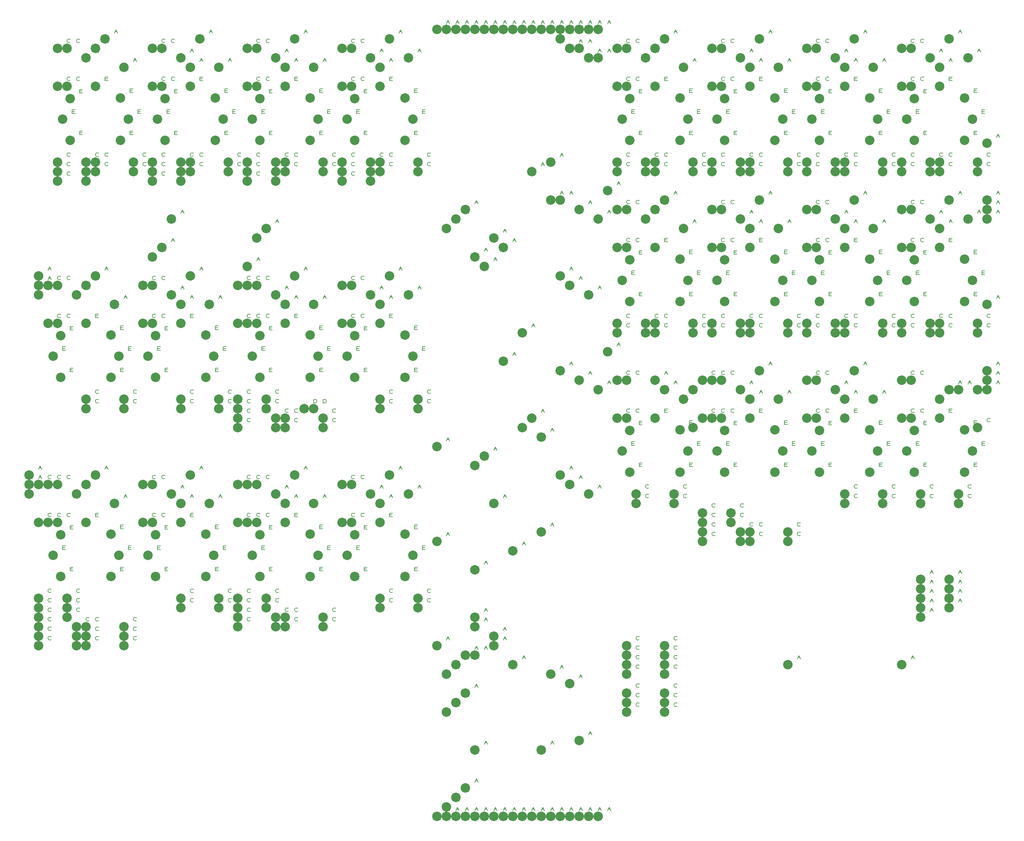
<source format=gbr>
G04 DesignSpark PCB Gerber Version 11.0 Build 5877*
G04 #@! TF.Part,Single*
G04 #@! TF.FileFunction,Drillmap*
G04 #@! TF.FilePolarity,Positive*
%FSLAX35Y35*%
%MOIN*%
%ADD10C,0.00500*%
G04 #@! TA.AperFunction,WasherPad*
%ADD71C,0.10000*%
G04 #@! TD.AperFunction*
X0Y0D02*
D02*
D10*
X30250Y516187D02*
X31813Y519937D01*
X33375Y516187D01*
X30875Y517750D02*
X32750D01*
X30250Y526187D02*
X31813Y529937D01*
X33375Y526187D01*
X30875Y527750D02*
X32750D01*
X30250Y536187D02*
X31813Y539937D01*
X33375Y536187D01*
X30875Y537750D02*
X32750D01*
X43375Y356813D02*
X43063Y356500D01*
X42437Y356187D01*
X41500D01*
X40875Y356500D01*
X40563Y356813D01*
X40250Y357437D01*
Y358687D01*
X40563Y359313D01*
X40875Y359625D01*
X41500Y359937D01*
X42437D01*
X43063Y359625D01*
X43375Y359313D01*
Y366813D02*
X43063Y366500D01*
X42437Y366187D01*
X41500D01*
X40875Y366500D01*
X40563Y366813D01*
X40250Y367437D01*
Y368687D01*
X40563Y369313D01*
X40875Y369625D01*
X41500Y369937D01*
X42437D01*
X43063Y369625D01*
X43375Y369313D01*
Y376813D02*
X43063Y376500D01*
X42437Y376187D01*
X41500D01*
X40875Y376500D01*
X40563Y376813D01*
X40250Y377437D01*
Y378687D01*
X40563Y379313D01*
X40875Y379625D01*
X41500Y379937D01*
X42437D01*
X43063Y379625D01*
X43375Y379313D01*
Y386813D02*
X43063Y386500D01*
X42437Y386187D01*
X41500D01*
X40875Y386500D01*
X40563Y386813D01*
X40250Y387437D01*
Y388687D01*
X40563Y389313D01*
X40875Y389625D01*
X41500Y389937D01*
X42437D01*
X43063Y389625D01*
X43375Y389313D01*
Y396813D02*
X43063Y396500D01*
X42437Y396187D01*
X41500D01*
X40875Y396500D01*
X40563Y396813D01*
X40250Y397437D01*
Y398687D01*
X40563Y399313D01*
X40875Y399625D01*
X41500Y399937D01*
X42437D01*
X43063Y399625D01*
X43375Y399313D01*
Y406813D02*
X43063Y406500D01*
X42437Y406187D01*
X41500D01*
X40875Y406500D01*
X40563Y406813D01*
X40250Y407437D01*
Y408687D01*
X40563Y409313D01*
X40875Y409625D01*
X41500Y409937D01*
X42437D01*
X43063Y409625D01*
X43375Y409313D01*
Y486813D02*
X43063Y486500D01*
X42437Y486187D01*
X41500D01*
X40875Y486500D01*
X40563Y486813D01*
X40250Y487437D01*
Y488687D01*
X40563Y489313D01*
X40875Y489625D01*
X41500Y489937D01*
X42437D01*
X43063Y489625D01*
X43375Y489313D01*
Y526813D02*
X43063Y526500D01*
X42437Y526187D01*
X41500D01*
X40875Y526500D01*
X40563Y526813D01*
X40250Y527437D01*
Y528687D01*
X40563Y529313D01*
X40875Y529625D01*
X41500Y529937D01*
X42437D01*
X43063Y529625D01*
X43375Y529313D01*
X40250Y726187D02*
X41813Y729937D01*
X43375Y726187D01*
X40875Y727750D02*
X42750D01*
X40250Y736187D02*
X41813Y739937D01*
X43375Y736187D01*
X40875Y737750D02*
X42750D01*
X40250Y746187D02*
X41813Y749937D01*
X43375Y746187D01*
X40875Y747750D02*
X42750D01*
X53375Y486813D02*
X53063Y486500D01*
X52437Y486187D01*
X51500D01*
X50875Y486500D01*
X50563Y486813D01*
X50250Y487437D01*
Y488687D01*
X50563Y489313D01*
X50875Y489625D01*
X51500Y489937D01*
X52437D01*
X53063Y489625D01*
X53375Y489313D01*
Y526813D02*
X53063Y526500D01*
X52437Y526187D01*
X51500D01*
X50875Y526500D01*
X50563Y526813D01*
X50250Y527437D01*
Y528687D01*
X50563Y529313D01*
X50875Y529625D01*
X51500Y529937D01*
X52437D01*
X53063Y529625D01*
X53375Y529313D01*
Y696813D02*
X53063Y696500D01*
X52437Y696187D01*
X51500D01*
X50875Y696500D01*
X50563Y696813D01*
X50250Y697437D01*
Y698687D01*
X50563Y699313D01*
X50875Y699625D01*
X51500Y699937D01*
X52437D01*
X53063Y699625D01*
X53375Y699313D01*
Y736813D02*
X53063Y736500D01*
X52437Y736187D01*
X51500D01*
X50875Y736500D01*
X50563Y736813D01*
X50250Y737437D01*
Y738687D01*
X50563Y739313D01*
X50875Y739625D01*
X51500Y739937D01*
X52437D01*
X53063Y739625D01*
X53375Y739313D01*
X55604Y451542D02*
Y455292D01*
X58730D01*
X58104Y453417D02*
X55604D01*
Y451542D02*
X58730D01*
X55604Y661542D02*
Y665292D01*
X58730D01*
X58104Y663417D02*
X55604D01*
Y661542D02*
X58730D01*
X63375Y486813D02*
X63063Y486500D01*
X62437Y486187D01*
X61500D01*
X60875Y486500D01*
X60563Y486813D01*
X60250Y487437D01*
Y488687D01*
X60563Y489313D01*
X60875Y489625D01*
X61500Y489937D01*
X62437D01*
X63063Y489625D01*
X63375Y489313D01*
Y526813D02*
X63063Y526500D01*
X62437Y526187D01*
X61500D01*
X60875Y526500D01*
X60563Y526813D01*
X60250Y527437D01*
Y528687D01*
X60563Y529313D01*
X60875Y529625D01*
X61500Y529937D01*
X62437D01*
X63063Y529625D01*
X63375Y529313D01*
Y696813D02*
X63063Y696500D01*
X62437Y696187D01*
X61500D01*
X60875Y696500D01*
X60563Y696813D01*
X60250Y697437D01*
Y698687D01*
X60563Y699313D01*
X60875Y699625D01*
X61500Y699937D01*
X62437D01*
X63063Y699625D01*
X63375Y699313D01*
Y736813D02*
X63063Y736500D01*
X62437Y736187D01*
X61500D01*
X60875Y736500D01*
X60563Y736813D01*
X60250Y737437D01*
Y738687D01*
X60563Y739313D01*
X60875Y739625D01*
X61500Y739937D01*
X62437D01*
X63063Y739625D01*
X63375Y739313D01*
Y846813D02*
X63063Y846500D01*
X62437Y846187D01*
X61500D01*
X60875Y846500D01*
X60563Y846813D01*
X60250Y847437D01*
Y848687D01*
X60563Y849313D01*
X60875Y849625D01*
X61500Y849937D01*
X62437D01*
X63063Y849625D01*
X63375Y849313D01*
Y856813D02*
X63063Y856500D01*
X62437Y856187D01*
X61500D01*
X60875Y856500D01*
X60563Y856813D01*
X60250Y857437D01*
Y858687D01*
X60563Y859313D01*
X60875Y859625D01*
X61500Y859937D01*
X62437D01*
X63063Y859625D01*
X63375Y859313D01*
Y866813D02*
X63063Y866500D01*
X62437Y866187D01*
X61500D01*
X60875Y866500D01*
X60563Y866813D01*
X60250Y867437D01*
Y868687D01*
X60563Y869313D01*
X60875Y869625D01*
X61500Y869937D01*
X62437D01*
X63063Y869625D01*
X63375Y869313D01*
Y946813D02*
X63063Y946500D01*
X62437Y946187D01*
X61500D01*
X60875Y946500D01*
X60563Y946813D01*
X60250Y947437D01*
Y948687D01*
X60563Y949313D01*
X60875Y949625D01*
X61500Y949937D01*
X62437D01*
X63063Y949625D01*
X63375Y949313D01*
Y986813D02*
X63063Y986500D01*
X62437Y986187D01*
X61500D01*
X60875Y986500D01*
X60563Y986813D01*
X60250Y987437D01*
Y988687D01*
X60563Y989313D01*
X60875Y989625D01*
X61500Y989937D01*
X62437D01*
X63063Y989625D01*
X63375Y989313D01*
X63478Y429101D02*
Y432851D01*
X66604D01*
X65978Y430976D02*
X63478D01*
Y429101D02*
X66604D01*
X63478Y473195D02*
Y476945D01*
X66604D01*
X65978Y475070D02*
X63478D01*
Y473195D02*
X66604D01*
X63478Y639101D02*
Y642851D01*
X66604D01*
X65978Y640976D02*
X63478D01*
Y639101D02*
X66604D01*
X63478Y683195D02*
Y686945D01*
X66604D01*
X65978Y685070D02*
X63478D01*
Y683195D02*
X66604D01*
X65604Y911542D02*
Y915292D01*
X68730D01*
X68104Y913417D02*
X65604D01*
Y911542D02*
X68730D01*
X73375Y386813D02*
X73063Y386500D01*
X72437Y386187D01*
X71500D01*
X70875Y386500D01*
X70563Y386813D01*
X70250Y387437D01*
Y388687D01*
X70563Y389313D01*
X70875Y389625D01*
X71500Y389937D01*
X72437D01*
X73063Y389625D01*
X73375Y389313D01*
Y396813D02*
X73063Y396500D01*
X72437Y396187D01*
X71500D01*
X70875Y396500D01*
X70563Y396813D01*
X70250Y397437D01*
Y398687D01*
X70563Y399313D01*
X70875Y399625D01*
X71500Y399937D01*
X72437D01*
X73063Y399625D01*
X73375Y399313D01*
Y406813D02*
X73063Y406500D01*
X72437Y406187D01*
X71500D01*
X70875Y406500D01*
X70563Y406813D01*
X70250Y407437D01*
Y408687D01*
X70563Y409313D01*
X70875Y409625D01*
X71500Y409937D01*
X72437D01*
X73063Y409625D01*
X73375Y409313D01*
Y946813D02*
X73063Y946500D01*
X72437Y946187D01*
X71500D01*
X70875Y946500D01*
X70563Y946813D01*
X70250Y947437D01*
Y948687D01*
X70563Y949313D01*
X70875Y949625D01*
X71500Y949937D01*
X72437D01*
X73063Y949625D01*
X73375Y949313D01*
Y986813D02*
X73063Y986500D01*
X72437Y986187D01*
X71500D01*
X70875Y986500D01*
X70563Y986813D01*
X70250Y987437D01*
Y988687D01*
X70563Y989313D01*
X70875Y989625D01*
X71500Y989937D01*
X72437D01*
X73063Y989625D01*
X73375Y989313D01*
X73478Y889101D02*
Y892851D01*
X76604D01*
X75978Y890976D02*
X73478D01*
Y889101D02*
X76604D01*
X73478Y933195D02*
Y936945D01*
X76604D01*
X75978Y935070D02*
X73478D01*
Y933195D02*
X76604D01*
X83375Y356813D02*
X83063Y356500D01*
X82437Y356187D01*
X81500D01*
X80875Y356500D01*
X80563Y356813D01*
X80250Y357437D01*
Y358687D01*
X80563Y359313D01*
X80875Y359625D01*
X81500Y359937D01*
X82437D01*
X83063Y359625D01*
X83375Y359313D01*
Y366813D02*
X83063Y366500D01*
X82437Y366187D01*
X81500D01*
X80875Y366500D01*
X80563Y366813D01*
X80250Y367437D01*
Y368687D01*
X80563Y369313D01*
X80875Y369625D01*
X81500Y369937D01*
X82437D01*
X83063Y369625D01*
X83375Y369313D01*
Y376813D02*
X83063Y376500D01*
X82437Y376187D01*
X81500D01*
X80875Y376500D01*
X80563Y376813D01*
X80250Y377437D01*
Y378687D01*
X80563Y379313D01*
X80875Y379625D01*
X81500Y379937D01*
X82437D01*
X83063Y379625D01*
X83375Y379313D01*
X80250Y516187D02*
X81813Y519937D01*
X83375Y516187D01*
X80875Y517750D02*
X82750D01*
X80250Y726187D02*
X81813Y729937D01*
X83375Y726187D01*
X80875Y727750D02*
X82750D01*
X93375Y356813D02*
X93063Y356500D01*
X92437Y356187D01*
X91500D01*
X90875Y356500D01*
X90563Y356813D01*
X90250Y357437D01*
Y358687D01*
X90563Y359313D01*
X90875Y359625D01*
X91500Y359937D01*
X92437D01*
X93063Y359625D01*
X93375Y359313D01*
Y366813D02*
X93063Y366500D01*
X92437Y366187D01*
X91500D01*
X90875Y366500D01*
X90563Y366813D01*
X90250Y367437D01*
Y368687D01*
X90563Y369313D01*
X90875Y369625D01*
X91500Y369937D01*
X92437D01*
X93063Y369625D01*
X93375Y369313D01*
Y376813D02*
X93063Y376500D01*
X92437Y376187D01*
X91500D01*
X90875Y376500D01*
X90563Y376813D01*
X90250Y377437D01*
Y378687D01*
X90563Y379313D01*
X90875Y379625D01*
X91500Y379937D01*
X92437D01*
X93063Y379625D01*
X93375Y379313D01*
X90250Y486187D02*
Y489937D01*
X93375D01*
X92750Y488063D02*
X90250D01*
Y486187D02*
X93375D01*
X90250Y526187D02*
X91813Y529937D01*
X93375Y526187D01*
X90875Y527750D02*
X92750D01*
X93375Y606813D02*
X93063Y606500D01*
X92437Y606187D01*
X91500D01*
X90875Y606500D01*
X90563Y606813D01*
X90250Y607437D01*
Y608687D01*
X90563Y609313D01*
X90875Y609625D01*
X91500Y609937D01*
X92437D01*
X93063Y609625D01*
X93375Y609313D01*
Y616813D02*
X93063Y616500D01*
X92437Y616187D01*
X91500D01*
X90875Y616500D01*
X90563Y616813D01*
X90250Y617437D01*
Y618687D01*
X90563Y619313D01*
X90875Y619625D01*
X91500Y619937D01*
X92437D01*
X93063Y619625D01*
X93375Y619313D01*
X90250Y696187D02*
Y699937D01*
X93375D01*
X92750Y698063D02*
X90250D01*
Y696187D02*
X93375D01*
X90250Y736187D02*
X91813Y739937D01*
X93375Y736187D01*
X90875Y737750D02*
X92750D01*
X93375Y846813D02*
X93063Y846500D01*
X92437Y846187D01*
X91500D01*
X90875Y846500D01*
X90563Y846813D01*
X90250Y847437D01*
Y848687D01*
X90563Y849313D01*
X90875Y849625D01*
X91500Y849937D01*
X92437D01*
X93063Y849625D01*
X93375Y849313D01*
Y856813D02*
X93063Y856500D01*
X92437Y856187D01*
X91500D01*
X90875Y856500D01*
X90563Y856813D01*
X90250Y857437D01*
Y858687D01*
X90563Y859313D01*
X90875Y859625D01*
X91500Y859937D01*
X92437D01*
X93063Y859625D01*
X93375Y859313D01*
Y866813D02*
X93063Y866500D01*
X92437Y866187D01*
X91500D01*
X90875Y866500D01*
X90563Y866813D01*
X90250Y867437D01*
Y868687D01*
X90563Y869313D01*
X90875Y869625D01*
X91500Y869937D01*
X92437D01*
X93063Y869625D01*
X93375Y869313D01*
X90250Y976187D02*
X91813Y979937D01*
X93375Y976187D01*
X90875Y977750D02*
X92750D01*
X100250Y536187D02*
X101813Y539937D01*
X103375Y536187D01*
X100875Y537750D02*
X102750D01*
X100250Y746187D02*
X101813Y749937D01*
X103375Y746187D01*
X100875Y747750D02*
X102750D01*
X103375Y856813D02*
X103063Y856500D01*
X102437Y856187D01*
X101500D01*
X100875Y856500D01*
X100563Y856813D01*
X100250Y857437D01*
Y858687D01*
X100563Y859313D01*
X100875Y859625D01*
X101500Y859937D01*
X102437D01*
X103063Y859625D01*
X103375Y859313D01*
Y866813D02*
X103063Y866500D01*
X102437Y866187D01*
X101500D01*
X100875Y866500D01*
X100563Y866813D01*
X100250Y867437D01*
Y868687D01*
X100563Y869313D01*
X100875Y869625D01*
X101500Y869937D01*
X102437D01*
X103063Y869625D01*
X103375Y869313D01*
X100250Y946187D02*
Y949937D01*
X103375D01*
X102750Y948063D02*
X100250D01*
Y946187D02*
X103375D01*
X100250Y986187D02*
X101813Y989937D01*
X103375Y986187D01*
X100875Y987750D02*
X102750D01*
X110250Y996187D02*
X111813Y999937D01*
X113375Y996187D01*
X110875Y997750D02*
X112750D01*
X116628Y429101D02*
Y432851D01*
X119753D01*
X119128Y430976D02*
X116628D01*
Y429101D02*
X119753D01*
X116628Y473589D02*
Y477339D01*
X119753D01*
X119128Y475464D02*
X116628D01*
Y473589D02*
X119753D01*
X116628Y639101D02*
Y642851D01*
X119753D01*
X119128Y640976D02*
X116628D01*
Y639101D02*
X119753D01*
X116628Y683589D02*
Y687339D01*
X119753D01*
X119128Y685464D02*
X116628D01*
Y683589D02*
X119753D01*
X120250Y506187D02*
X121813Y509937D01*
X123375Y506187D01*
X120875Y507750D02*
X122750D01*
X120250Y716187D02*
X121813Y719937D01*
X123375Y716187D01*
X120875Y717750D02*
X122750D01*
X124896Y451542D02*
Y455292D01*
X128021D01*
X127396Y453417D02*
X124896D01*
Y451542D02*
X128021D01*
X124896Y661542D02*
Y665292D01*
X128021D01*
X127396Y663417D02*
X124896D01*
Y661542D02*
X128021D01*
X126628Y889101D02*
Y892851D01*
X129753D01*
X129128Y890976D02*
X126628D01*
Y889101D02*
X129753D01*
X126628Y933589D02*
Y937339D01*
X129753D01*
X129128Y935464D02*
X126628D01*
Y933589D02*
X129753D01*
X133375Y356813D02*
X133063Y356500D01*
X132437Y356187D01*
X131500D01*
X130875Y356500D01*
X130563Y356813D01*
X130250Y357437D01*
Y358687D01*
X130563Y359313D01*
X130875Y359625D01*
X131500Y359937D01*
X132437D01*
X133063Y359625D01*
X133375Y359313D01*
Y366813D02*
X133063Y366500D01*
X132437Y366187D01*
X131500D01*
X130875Y366500D01*
X130563Y366813D01*
X130250Y367437D01*
Y368687D01*
X130563Y369313D01*
X130875Y369625D01*
X131500Y369937D01*
X132437D01*
X133063Y369625D01*
X133375Y369313D01*
Y376813D02*
X133063Y376500D01*
X132437Y376187D01*
X131500D01*
X130875Y376500D01*
X130563Y376813D01*
X130250Y377437D01*
Y378687D01*
X130563Y379313D01*
X130875Y379625D01*
X131500Y379937D01*
X132437D01*
X133063Y379625D01*
X133375Y379313D01*
Y606813D02*
X133063Y606500D01*
X132437Y606187D01*
X131500D01*
X130875Y606500D01*
X130563Y606813D01*
X130250Y607437D01*
Y608687D01*
X130563Y609313D01*
X130875Y609625D01*
X131500Y609937D01*
X132437D01*
X133063Y609625D01*
X133375Y609313D01*
Y616813D02*
X133063Y616500D01*
X132437Y616187D01*
X131500D01*
X130875Y616500D01*
X130563Y616813D01*
X130250Y617437D01*
Y618687D01*
X130563Y619313D01*
X130875Y619625D01*
X131500Y619937D01*
X132437D01*
X133063Y619625D01*
X133375Y619313D01*
X130250Y966187D02*
X131813Y969937D01*
X133375Y966187D01*
X130875Y967750D02*
X132750D01*
X134896Y911542D02*
Y915292D01*
X138021D01*
X137396Y913417D02*
X134896D01*
Y911542D02*
X138021D01*
X143375Y856813D02*
X143063Y856500D01*
X142437Y856187D01*
X141500D01*
X140875Y856500D01*
X140563Y856813D01*
X140250Y857437D01*
Y858687D01*
X140563Y859313D01*
X140875Y859625D01*
X141500Y859937D01*
X142437D01*
X143063Y859625D01*
X143375Y859313D01*
Y866813D02*
X143063Y866500D01*
X142437Y866187D01*
X141500D01*
X140875Y866500D01*
X140563Y866813D01*
X140250Y867437D01*
Y868687D01*
X140563Y869313D01*
X140875Y869625D01*
X141500Y869937D01*
X142437D01*
X143063Y869625D01*
X143375Y869313D01*
X153375Y486813D02*
X153063Y486500D01*
X152437Y486187D01*
X151500D01*
X150875Y486500D01*
X150563Y486813D01*
X150250Y487437D01*
Y488687D01*
X150563Y489313D01*
X150875Y489625D01*
X151500Y489937D01*
X152437D01*
X153063Y489625D01*
X153375Y489313D01*
Y526813D02*
X153063Y526500D01*
X152437Y526187D01*
X151500D01*
X150875Y526500D01*
X150563Y526813D01*
X150250Y527437D01*
Y528687D01*
X150563Y529313D01*
X150875Y529625D01*
X151500Y529937D01*
X152437D01*
X153063Y529625D01*
X153375Y529313D01*
Y696813D02*
X153063Y696500D01*
X152437Y696187D01*
X151500D01*
X150875Y696500D01*
X150563Y696813D01*
X150250Y697437D01*
Y698687D01*
X150563Y699313D01*
X150875Y699625D01*
X151500Y699937D01*
X152437D01*
X153063Y699625D01*
X153375Y699313D01*
Y736813D02*
X153063Y736500D01*
X152437Y736187D01*
X151500D01*
X150875Y736500D01*
X150563Y736813D01*
X150250Y737437D01*
Y738687D01*
X150563Y739313D01*
X150875Y739625D01*
X151500Y739937D01*
X152437D01*
X153063Y739625D01*
X153375Y739313D01*
X155604Y451542D02*
Y455292D01*
X158730D01*
X158104Y453417D02*
X155604D01*
Y451542D02*
X158730D01*
X155604Y661542D02*
Y665292D01*
X158730D01*
X158104Y663417D02*
X155604D01*
Y661542D02*
X158730D01*
X163375Y486813D02*
X163063Y486500D01*
X162437Y486187D01*
X161500D01*
X160875Y486500D01*
X160563Y486813D01*
X160250Y487437D01*
Y488687D01*
X160563Y489313D01*
X160875Y489625D01*
X161500Y489937D01*
X162437D01*
X163063Y489625D01*
X163375Y489313D01*
Y526813D02*
X163063Y526500D01*
X162437Y526187D01*
X161500D01*
X160875Y526500D01*
X160563Y526813D01*
X160250Y527437D01*
Y528687D01*
X160563Y529313D01*
X160875Y529625D01*
X161500Y529937D01*
X162437D01*
X163063Y529625D01*
X163375Y529313D01*
Y696813D02*
X163063Y696500D01*
X162437Y696187D01*
X161500D01*
X160875Y696500D01*
X160563Y696813D01*
X160250Y697437D01*
Y698687D01*
X160563Y699313D01*
X160875Y699625D01*
X161500Y699937D01*
X162437D01*
X163063Y699625D01*
X163375Y699313D01*
Y736813D02*
X163063Y736500D01*
X162437Y736187D01*
X161500D01*
X160875Y736500D01*
X160563Y736813D01*
X160250Y737437D01*
Y738687D01*
X160563Y739313D01*
X160875Y739625D01*
X161500Y739937D01*
X162437D01*
X163063Y739625D01*
X163375Y739313D01*
X160250Y766187D02*
X161813Y769937D01*
X163375Y766187D01*
X160875Y767750D02*
X162750D01*
X163375Y846813D02*
X163063Y846500D01*
X162437Y846187D01*
X161500D01*
X160875Y846500D01*
X160563Y846813D01*
X160250Y847437D01*
Y848687D01*
X160563Y849313D01*
X160875Y849625D01*
X161500Y849937D01*
X162437D01*
X163063Y849625D01*
X163375Y849313D01*
Y856813D02*
X163063Y856500D01*
X162437Y856187D01*
X161500D01*
X160875Y856500D01*
X160563Y856813D01*
X160250Y857437D01*
Y858687D01*
X160563Y859313D01*
X160875Y859625D01*
X161500Y859937D01*
X162437D01*
X163063Y859625D01*
X163375Y859313D01*
Y866813D02*
X163063Y866500D01*
X162437Y866187D01*
X161500D01*
X160875Y866500D01*
X160563Y866813D01*
X160250Y867437D01*
Y868687D01*
X160563Y869313D01*
X160875Y869625D01*
X161500Y869937D01*
X162437D01*
X163063Y869625D01*
X163375Y869313D01*
Y946813D02*
X163063Y946500D01*
X162437Y946187D01*
X161500D01*
X160875Y946500D01*
X160563Y946813D01*
X160250Y947437D01*
Y948687D01*
X160563Y949313D01*
X160875Y949625D01*
X161500Y949937D01*
X162437D01*
X163063Y949625D01*
X163375Y949313D01*
Y986813D02*
X163063Y986500D01*
X162437Y986187D01*
X161500D01*
X160875Y986500D01*
X160563Y986813D01*
X160250Y987437D01*
Y988687D01*
X160563Y989313D01*
X160875Y989625D01*
X161500Y989937D01*
X162437D01*
X163063Y989625D01*
X163375Y989313D01*
X163478Y429101D02*
Y432851D01*
X166604D01*
X165978Y430976D02*
X163478D01*
Y429101D02*
X166604D01*
X163478Y473195D02*
Y476945D01*
X166604D01*
X165978Y475070D02*
X163478D01*
Y473195D02*
X166604D01*
X163478Y639101D02*
Y642851D01*
X166604D01*
X165978Y640976D02*
X163478D01*
Y639101D02*
X166604D01*
X163478Y683195D02*
Y686945D01*
X166604D01*
X165978Y685070D02*
X163478D01*
Y683195D02*
X166604D01*
X165604Y911542D02*
Y915292D01*
X168730D01*
X168104Y913417D02*
X165604D01*
Y911542D02*
X168730D01*
X170250Y776187D02*
X171813Y779937D01*
X173375Y776187D01*
X170875Y777750D02*
X172750D01*
X173375Y946813D02*
X173063Y946500D01*
X172437Y946187D01*
X171500D01*
X170875Y946500D01*
X170563Y946813D01*
X170250Y947437D01*
Y948687D01*
X170563Y949313D01*
X170875Y949625D01*
X171500Y949937D01*
X172437D01*
X173063Y949625D01*
X173375Y949313D01*
Y986813D02*
X173063Y986500D01*
X172437Y986187D01*
X171500D01*
X170875Y986500D01*
X170563Y986813D01*
X170250Y987437D01*
Y988687D01*
X170563Y989313D01*
X170875Y989625D01*
X171500Y989937D01*
X172437D01*
X173063Y989625D01*
X173375Y989313D01*
X173478Y889101D02*
Y892851D01*
X176604D01*
X175978Y890976D02*
X173478D01*
Y889101D02*
X176604D01*
X173478Y933195D02*
Y936945D01*
X176604D01*
X175978Y935070D02*
X173478D01*
Y933195D02*
X176604D01*
X180250Y516187D02*
X181813Y519937D01*
X183375Y516187D01*
X180875Y517750D02*
X182750D01*
X180250Y726187D02*
X181813Y729937D01*
X183375Y726187D01*
X180875Y727750D02*
X182750D01*
X180250Y806187D02*
X181813Y809937D01*
X183375Y806187D01*
X180875Y807750D02*
X182750D01*
X193375Y396813D02*
X193063Y396500D01*
X192437Y396187D01*
X191500D01*
X190875Y396500D01*
X190563Y396813D01*
X190250Y397437D01*
Y398687D01*
X190563Y399313D01*
X190875Y399625D01*
X191500Y399937D01*
X192437D01*
X193063Y399625D01*
X193375Y399313D01*
Y406813D02*
X193063Y406500D01*
X192437Y406187D01*
X191500D01*
X190875Y406500D01*
X190563Y406813D01*
X190250Y407437D01*
Y408687D01*
X190563Y409313D01*
X190875Y409625D01*
X191500Y409937D01*
X192437D01*
X193063Y409625D01*
X193375Y409313D01*
X190250Y486187D02*
Y489937D01*
X193375D01*
X192750Y488063D02*
X190250D01*
Y486187D02*
X193375D01*
X190250Y506187D02*
X191813Y509937D01*
X193375Y506187D01*
X190875Y507750D02*
X192750D01*
X193375Y606813D02*
X193063Y606500D01*
X192437Y606187D01*
X191500D01*
X190875Y606500D01*
X190563Y606813D01*
X190250Y607437D01*
Y608687D01*
X190563Y609313D01*
X190875Y609625D01*
X191500Y609937D01*
X192437D01*
X193063Y609625D01*
X193375Y609313D01*
Y616813D02*
X193063Y616500D01*
X192437Y616187D01*
X191500D01*
X190875Y616500D01*
X190563Y616813D01*
X190250Y617437D01*
Y618687D01*
X190563Y619313D01*
X190875Y619625D01*
X191500Y619937D01*
X192437D01*
X193063Y619625D01*
X193375Y619313D01*
X190250Y696187D02*
Y699937D01*
X193375D01*
X192750Y698063D02*
X190250D01*
Y696187D02*
X193375D01*
X190250Y716187D02*
X191813Y719937D01*
X193375Y716187D01*
X190875Y717750D02*
X192750D01*
X193375Y846813D02*
X193063Y846500D01*
X192437Y846187D01*
X191500D01*
X190875Y846500D01*
X190563Y846813D01*
X190250Y847437D01*
Y848687D01*
X190563Y849313D01*
X190875Y849625D01*
X191500Y849937D01*
X192437D01*
X193063Y849625D01*
X193375Y849313D01*
Y856813D02*
X193063Y856500D01*
X192437Y856187D01*
X191500D01*
X190875Y856500D01*
X190563Y856813D01*
X190250Y857437D01*
Y858687D01*
X190563Y859313D01*
X190875Y859625D01*
X191500Y859937D01*
X192437D01*
X193063Y859625D01*
X193375Y859313D01*
Y866813D02*
X193063Y866500D01*
X192437Y866187D01*
X191500D01*
X190875Y866500D01*
X190563Y866813D01*
X190250Y867437D01*
Y868687D01*
X190563Y869313D01*
X190875Y869625D01*
X191500Y869937D01*
X192437D01*
X193063Y869625D01*
X193375Y869313D01*
X190250Y976187D02*
X191813Y979937D01*
X193375Y976187D01*
X190875Y977750D02*
X192750D01*
X200250Y536187D02*
X201813Y539937D01*
X203375Y536187D01*
X200875Y537750D02*
X202750D01*
X200250Y746187D02*
X201813Y749937D01*
X203375Y746187D01*
X200875Y747750D02*
X202750D01*
X203375Y856813D02*
X203063Y856500D01*
X202437Y856187D01*
X201500D01*
X200875Y856500D01*
X200563Y856813D01*
X200250Y857437D01*
Y858687D01*
X200563Y859313D01*
X200875Y859625D01*
X201500Y859937D01*
X202437D01*
X203063Y859625D01*
X203375Y859313D01*
Y866813D02*
X203063Y866500D01*
X202437Y866187D01*
X201500D01*
X200875Y866500D01*
X200563Y866813D01*
X200250Y867437D01*
Y868687D01*
X200563Y869313D01*
X200875Y869625D01*
X201500Y869937D01*
X202437D01*
X203063Y869625D01*
X203375Y869313D01*
X200250Y946187D02*
Y949937D01*
X203375D01*
X202750Y948063D02*
X200250D01*
Y946187D02*
X203375D01*
X200250Y966187D02*
X201813Y969937D01*
X203375Y966187D01*
X200875Y967750D02*
X202750D01*
X210250Y996187D02*
X211813Y999937D01*
X213375Y996187D01*
X210875Y997750D02*
X212750D01*
X216628Y429101D02*
Y432851D01*
X219753D01*
X219128Y430976D02*
X216628D01*
Y429101D02*
X219753D01*
X216628Y473589D02*
Y477339D01*
X219753D01*
X219128Y475464D02*
X216628D01*
Y473589D02*
X219753D01*
X216628Y639101D02*
Y642851D01*
X219753D01*
X219128Y640976D02*
X216628D01*
Y639101D02*
X219753D01*
X216628Y683589D02*
Y687339D01*
X219753D01*
X219128Y685464D02*
X216628D01*
Y683589D02*
X219753D01*
X220250Y506187D02*
X221813Y509937D01*
X223375Y506187D01*
X220875Y507750D02*
X222750D01*
X220250Y716187D02*
X221813Y719937D01*
X223375Y716187D01*
X220875Y717750D02*
X222750D01*
X224896Y451542D02*
Y455292D01*
X228021D01*
X227396Y453417D02*
X224896D01*
Y451542D02*
X228021D01*
X224896Y661542D02*
Y665292D01*
X228021D01*
X227396Y663417D02*
X224896D01*
Y661542D02*
X228021D01*
X226628Y889101D02*
Y892851D01*
X229753D01*
X229128Y890976D02*
X226628D01*
Y889101D02*
X229753D01*
X226628Y933589D02*
Y937339D01*
X229753D01*
X229128Y935464D02*
X226628D01*
Y933589D02*
X229753D01*
X233375Y396813D02*
X233063Y396500D01*
X232437Y396187D01*
X231500D01*
X230875Y396500D01*
X230563Y396813D01*
X230250Y397437D01*
Y398687D01*
X230563Y399313D01*
X230875Y399625D01*
X231500Y399937D01*
X232437D01*
X233063Y399625D01*
X233375Y399313D01*
Y406813D02*
X233063Y406500D01*
X232437Y406187D01*
X231500D01*
X230875Y406500D01*
X230563Y406813D01*
X230250Y407437D01*
Y408687D01*
X230563Y409313D01*
X230875Y409625D01*
X231500Y409937D01*
X232437D01*
X233063Y409625D01*
X233375Y409313D01*
Y606813D02*
X233063Y606500D01*
X232437Y606187D01*
X231500D01*
X230875Y606500D01*
X230563Y606813D01*
X230250Y607437D01*
Y608687D01*
X230563Y609313D01*
X230875Y609625D01*
X231500Y609937D01*
X232437D01*
X233063Y609625D01*
X233375Y609313D01*
Y616813D02*
X233063Y616500D01*
X232437Y616187D01*
X231500D01*
X230875Y616500D01*
X230563Y616813D01*
X230250Y617437D01*
Y618687D01*
X230563Y619313D01*
X230875Y619625D01*
X231500Y619937D01*
X232437D01*
X233063Y619625D01*
X233375Y619313D01*
X230250Y966187D02*
X231813Y969937D01*
X233375Y966187D01*
X230875Y967750D02*
X232750D01*
X234896Y911542D02*
Y915292D01*
X238021D01*
X237396Y913417D02*
X234896D01*
Y911542D02*
X238021D01*
X243375Y856813D02*
X243063Y856500D01*
X242437Y856187D01*
X241500D01*
X240875Y856500D01*
X240563Y856813D01*
X240250Y857437D01*
Y858687D01*
X240563Y859313D01*
X240875Y859625D01*
X241500Y859937D01*
X242437D01*
X243063Y859625D01*
X243375Y859313D01*
Y866813D02*
X243063Y866500D01*
X242437Y866187D01*
X241500D01*
X240875Y866500D01*
X240563Y866813D01*
X240250Y867437D01*
Y868687D01*
X240563Y869313D01*
X240875Y869625D01*
X241500Y869937D01*
X242437D01*
X243063Y869625D01*
X243375Y869313D01*
X253375Y376813D02*
X253063Y376500D01*
X252437Y376187D01*
X251500D01*
X250875Y376500D01*
X250563Y376813D01*
X250250Y377437D01*
Y378687D01*
X250563Y379313D01*
X250875Y379625D01*
X251500Y379937D01*
X252437D01*
X253063Y379625D01*
X253375Y379313D01*
Y386813D02*
X253063Y386500D01*
X252437Y386187D01*
X251500D01*
X250875Y386500D01*
X250563Y386813D01*
X250250Y387437D01*
Y388687D01*
X250563Y389313D01*
X250875Y389625D01*
X251500Y389937D01*
X252437D01*
X253063Y389625D01*
X253375Y389313D01*
Y396813D02*
X253063Y396500D01*
X252437Y396187D01*
X251500D01*
X250875Y396500D01*
X250563Y396813D01*
X250250Y397437D01*
Y398687D01*
X250563Y399313D01*
X250875Y399625D01*
X251500Y399937D01*
X252437D01*
X253063Y399625D01*
X253375Y399313D01*
Y406813D02*
X253063Y406500D01*
X252437Y406187D01*
X251500D01*
X250875Y406500D01*
X250563Y406813D01*
X250250Y407437D01*
Y408687D01*
X250563Y409313D01*
X250875Y409625D01*
X251500Y409937D01*
X252437D01*
X253063Y409625D01*
X253375Y409313D01*
Y486813D02*
X253063Y486500D01*
X252437Y486187D01*
X251500D01*
X250875Y486500D01*
X250563Y486813D01*
X250250Y487437D01*
Y488687D01*
X250563Y489313D01*
X250875Y489625D01*
X251500Y489937D01*
X252437D01*
X253063Y489625D01*
X253375Y489313D01*
Y526813D02*
X253063Y526500D01*
X252437Y526187D01*
X251500D01*
X250875Y526500D01*
X250563Y526813D01*
X250250Y527437D01*
Y528687D01*
X250563Y529313D01*
X250875Y529625D01*
X251500Y529937D01*
X252437D01*
X253063Y529625D01*
X253375Y529313D01*
Y586813D02*
X253063Y586500D01*
X252437Y586187D01*
X251500D01*
X250875Y586500D01*
X250563Y586813D01*
X250250Y587437D01*
Y588687D01*
X250563Y589313D01*
X250875Y589625D01*
X251500Y589937D01*
X252437D01*
X253063Y589625D01*
X253375Y589313D01*
Y596813D02*
X253063Y596500D01*
X252437Y596187D01*
X251500D01*
X250875Y596500D01*
X250563Y596813D01*
X250250Y597437D01*
Y598687D01*
X250563Y599313D01*
X250875Y599625D01*
X251500Y599937D01*
X252437D01*
X253063Y599625D01*
X253375Y599313D01*
Y606813D02*
X253063Y606500D01*
X252437Y606187D01*
X251500D01*
X250875Y606500D01*
X250563Y606813D01*
X250250Y607437D01*
Y608687D01*
X250563Y609313D01*
X250875Y609625D01*
X251500Y609937D01*
X252437D01*
X253063Y609625D01*
X253375Y609313D01*
Y616813D02*
X253063Y616500D01*
X252437Y616187D01*
X251500D01*
X250875Y616500D01*
X250563Y616813D01*
X250250Y617437D01*
Y618687D01*
X250563Y619313D01*
X250875Y619625D01*
X251500Y619937D01*
X252437D01*
X253063Y619625D01*
X253375Y619313D01*
Y696813D02*
X253063Y696500D01*
X252437Y696187D01*
X251500D01*
X250875Y696500D01*
X250563Y696813D01*
X250250Y697437D01*
Y698687D01*
X250563Y699313D01*
X250875Y699625D01*
X251500Y699937D01*
X252437D01*
X253063Y699625D01*
X253375Y699313D01*
Y736813D02*
X253063Y736500D01*
X252437Y736187D01*
X251500D01*
X250875Y736500D01*
X250563Y736813D01*
X250250Y737437D01*
Y738687D01*
X250563Y739313D01*
X250875Y739625D01*
X251500Y739937D01*
X252437D01*
X253063Y739625D01*
X253375Y739313D01*
X263375Y486813D02*
X263063Y486500D01*
X262437Y486187D01*
X261500D01*
X260875Y486500D01*
X260563Y486813D01*
X260250Y487437D01*
Y488687D01*
X260563Y489313D01*
X260875Y489625D01*
X261500Y489937D01*
X262437D01*
X263063Y489625D01*
X263375Y489313D01*
Y526813D02*
X263063Y526500D01*
X262437Y526187D01*
X261500D01*
X260875Y526500D01*
X260563Y526813D01*
X260250Y527437D01*
Y528687D01*
X260563Y529313D01*
X260875Y529625D01*
X261500Y529937D01*
X262437D01*
X263063Y529625D01*
X263375Y529313D01*
Y696813D02*
X263063Y696500D01*
X262437Y696187D01*
X261500D01*
X260875Y696500D01*
X260563Y696813D01*
X260250Y697437D01*
Y698687D01*
X260563Y699313D01*
X260875Y699625D01*
X261500Y699937D01*
X262437D01*
X263063Y699625D01*
X263375Y699313D01*
Y736813D02*
X263063Y736500D01*
X262437Y736187D01*
X261500D01*
X260875Y736500D01*
X260563Y736813D01*
X260250Y737437D01*
Y738687D01*
X260563Y739313D01*
X260875Y739625D01*
X261500Y739937D01*
X262437D01*
X263063Y739625D01*
X263375Y739313D01*
X260250Y756187D02*
X261813Y759937D01*
X263375Y756187D01*
X260875Y757750D02*
X262750D01*
X263375Y846813D02*
X263063Y846500D01*
X262437Y846187D01*
X261500D01*
X260875Y846500D01*
X260563Y846813D01*
X260250Y847437D01*
Y848687D01*
X260563Y849313D01*
X260875Y849625D01*
X261500Y849937D01*
X262437D01*
X263063Y849625D01*
X263375Y849313D01*
Y856813D02*
X263063Y856500D01*
X262437Y856187D01*
X261500D01*
X260875Y856500D01*
X260563Y856813D01*
X260250Y857437D01*
Y858687D01*
X260563Y859313D01*
X260875Y859625D01*
X261500Y859937D01*
X262437D01*
X263063Y859625D01*
X263375Y859313D01*
Y866813D02*
X263063Y866500D01*
X262437Y866187D01*
X261500D01*
X260875Y866500D01*
X260563Y866813D01*
X260250Y867437D01*
Y868687D01*
X260563Y869313D01*
X260875Y869625D01*
X261500Y869937D01*
X262437D01*
X263063Y869625D01*
X263375Y869313D01*
Y946813D02*
X263063Y946500D01*
X262437Y946187D01*
X261500D01*
X260875Y946500D01*
X260563Y946813D01*
X260250Y947437D01*
Y948687D01*
X260563Y949313D01*
X260875Y949625D01*
X261500Y949937D01*
X262437D01*
X263063Y949625D01*
X263375Y949313D01*
Y986813D02*
X263063Y986500D01*
X262437Y986187D01*
X261500D01*
X260875Y986500D01*
X260563Y986813D01*
X260250Y987437D01*
Y988687D01*
X260563Y989313D01*
X260875Y989625D01*
X261500Y989937D01*
X262437D01*
X263063Y989625D01*
X263375Y989313D01*
X265604Y451542D02*
Y455292D01*
X268730D01*
X268104Y453417D02*
X265604D01*
Y451542D02*
X268730D01*
X265604Y661542D02*
Y665292D01*
X268730D01*
X268104Y663417D02*
X265604D01*
Y661542D02*
X268730D01*
X265604Y911542D02*
Y915292D01*
X268730D01*
X268104Y913417D02*
X265604D01*
Y911542D02*
X268730D01*
X273375Y486813D02*
X273063Y486500D01*
X272437Y486187D01*
X271500D01*
X270875Y486500D01*
X270563Y486813D01*
X270250Y487437D01*
Y488687D01*
X270563Y489313D01*
X270875Y489625D01*
X271500Y489937D01*
X272437D01*
X273063Y489625D01*
X273375Y489313D01*
Y526813D02*
X273063Y526500D01*
X272437Y526187D01*
X271500D01*
X270875Y526500D01*
X270563Y526813D01*
X270250Y527437D01*
Y528687D01*
X270563Y529313D01*
X270875Y529625D01*
X271500Y529937D01*
X272437D01*
X273063Y529625D01*
X273375Y529313D01*
Y696813D02*
X273063Y696500D01*
X272437Y696187D01*
X271500D01*
X270875Y696500D01*
X270563Y696813D01*
X270250Y697437D01*
Y698687D01*
X270563Y699313D01*
X270875Y699625D01*
X271500Y699937D01*
X272437D01*
X273063Y699625D01*
X273375Y699313D01*
Y736813D02*
X273063Y736500D01*
X272437Y736187D01*
X271500D01*
X270875Y736500D01*
X270563Y736813D01*
X270250Y737437D01*
Y738687D01*
X270563Y739313D01*
X270875Y739625D01*
X271500Y739937D01*
X272437D01*
X273063Y739625D01*
X273375Y739313D01*
X270250Y786187D02*
X271813Y789937D01*
X273375Y786187D01*
X270875Y787750D02*
X272750D01*
X273375Y946813D02*
X273063Y946500D01*
X272437Y946187D01*
X271500D01*
X270875Y946500D01*
X270563Y946813D01*
X270250Y947437D01*
Y948687D01*
X270563Y949313D01*
X270875Y949625D01*
X271500Y949937D01*
X272437D01*
X273063Y949625D01*
X273375Y949313D01*
Y986813D02*
X273063Y986500D01*
X272437Y986187D01*
X271500D01*
X270875Y986500D01*
X270563Y986813D01*
X270250Y987437D01*
Y988687D01*
X270563Y989313D01*
X270875Y989625D01*
X271500Y989937D01*
X272437D01*
X273063Y989625D01*
X273375Y989313D01*
X273478Y429101D02*
Y432851D01*
X276604D01*
X275978Y430976D02*
X273478D01*
Y429101D02*
X276604D01*
X273478Y473195D02*
Y476945D01*
X276604D01*
X275978Y475070D02*
X273478D01*
Y473195D02*
X276604D01*
X273478Y639101D02*
Y642851D01*
X276604D01*
X275978Y640976D02*
X273478D01*
Y639101D02*
X276604D01*
X273478Y683195D02*
Y686945D01*
X276604D01*
X275978Y685070D02*
X273478D01*
Y683195D02*
X276604D01*
X273478Y889101D02*
Y892851D01*
X276604D01*
X275978Y890976D02*
X273478D01*
Y889101D02*
X276604D01*
X273478Y933195D02*
Y936945D01*
X276604D01*
X275978Y935070D02*
X273478D01*
Y933195D02*
X276604D01*
X283375Y396813D02*
X283063Y396500D01*
X282437Y396187D01*
X281500D01*
X280875Y396500D01*
X280563Y396813D01*
X280250Y397437D01*
Y398687D01*
X280563Y399313D01*
X280875Y399625D01*
X281500Y399937D01*
X282437D01*
X283063Y399625D01*
X283375Y399313D01*
Y406813D02*
X283063Y406500D01*
X282437Y406187D01*
X281500D01*
X280875Y406500D01*
X280563Y406813D01*
X280250Y407437D01*
Y408687D01*
X280563Y409313D01*
X280875Y409625D01*
X281500Y409937D01*
X282437D01*
X283063Y409625D01*
X283375Y409313D01*
Y606813D02*
X283063Y606500D01*
X282437Y606187D01*
X281500D01*
X280875Y606500D01*
X280563Y606813D01*
X280250Y607437D01*
Y608687D01*
X280563Y609313D01*
X280875Y609625D01*
X281500Y609937D01*
X282437D01*
X283063Y609625D01*
X283375Y609313D01*
Y616813D02*
X283063Y616500D01*
X282437Y616187D01*
X281500D01*
X280875Y616500D01*
X280563Y616813D01*
X280250Y617437D01*
Y618687D01*
X280563Y619313D01*
X280875Y619625D01*
X281500Y619937D01*
X282437D01*
X283063Y619625D01*
X283375Y619313D01*
X280250Y796187D02*
X281813Y799937D01*
X283375Y796187D01*
X280875Y797750D02*
X282750D01*
X293375Y376813D02*
X293063Y376500D01*
X292437Y376187D01*
X291500D01*
X290875Y376500D01*
X290563Y376813D01*
X290250Y377437D01*
Y378687D01*
X290563Y379313D01*
X290875Y379625D01*
X291500Y379937D01*
X292437D01*
X293063Y379625D01*
X293375Y379313D01*
Y386813D02*
X293063Y386500D01*
X292437Y386187D01*
X291500D01*
X290875Y386500D01*
X290563Y386813D01*
X290250Y387437D01*
Y388687D01*
X290563Y389313D01*
X290875Y389625D01*
X291500Y389937D01*
X292437D01*
X293063Y389625D01*
X293375Y389313D01*
X290250Y516187D02*
X291813Y519937D01*
X293375Y516187D01*
X290875Y517750D02*
X292750D01*
X293375Y586813D02*
X293063Y586500D01*
X292437Y586187D01*
X291500D01*
X290875Y586500D01*
X290563Y586813D01*
X290250Y587437D01*
Y588687D01*
X290563Y589313D01*
X290875Y589625D01*
X291500Y589937D01*
X292437D01*
X293063Y589625D01*
X293375Y589313D01*
Y596813D02*
X293063Y596500D01*
X292437Y596187D01*
X291500D01*
X290875Y596500D01*
X290563Y596813D01*
X290250Y597437D01*
Y598687D01*
X290563Y599313D01*
X290875Y599625D01*
X291500Y599937D01*
X292437D01*
X293063Y599625D01*
X293375Y599313D01*
X290250Y726187D02*
X291813Y729937D01*
X293375Y726187D01*
X290875Y727750D02*
X292750D01*
X293375Y846813D02*
X293063Y846500D01*
X292437Y846187D01*
X291500D01*
X290875Y846500D01*
X290563Y846813D01*
X290250Y847437D01*
Y848687D01*
X290563Y849313D01*
X290875Y849625D01*
X291500Y849937D01*
X292437D01*
X293063Y849625D01*
X293375Y849313D01*
Y856813D02*
X293063Y856500D01*
X292437Y856187D01*
X291500D01*
X290875Y856500D01*
X290563Y856813D01*
X290250Y857437D01*
Y858687D01*
X290563Y859313D01*
X290875Y859625D01*
X291500Y859937D01*
X292437D01*
X293063Y859625D01*
X293375Y859313D01*
Y866813D02*
X293063Y866500D01*
X292437Y866187D01*
X291500D01*
X290875Y866500D01*
X290563Y866813D01*
X290250Y867437D01*
Y868687D01*
X290563Y869313D01*
X290875Y869625D01*
X291500Y869937D01*
X292437D01*
X293063Y869625D01*
X293375Y869313D01*
X290250Y976187D02*
X291813Y979937D01*
X293375Y976187D01*
X290875Y977750D02*
X292750D01*
X303375Y376813D02*
X303063Y376500D01*
X302437Y376187D01*
X301500D01*
X300875Y376500D01*
X300563Y376813D01*
X300250Y377437D01*
Y378687D01*
X300563Y379313D01*
X300875Y379625D01*
X301500Y379937D01*
X302437D01*
X303063Y379625D01*
X303375Y379313D01*
Y386813D02*
X303063Y386500D01*
X302437Y386187D01*
X301500D01*
X300875Y386500D01*
X300563Y386813D01*
X300250Y387437D01*
Y388687D01*
X300563Y389313D01*
X300875Y389625D01*
X301500Y389937D01*
X302437D01*
X303063Y389625D01*
X303375Y389313D01*
X300250Y486187D02*
Y489937D01*
X303375D01*
X302750Y488063D02*
X300250D01*
Y486187D02*
X303375D01*
X300250Y506187D02*
X301813Y509937D01*
X303375Y506187D01*
X300875Y507750D02*
X302750D01*
X303375Y586813D02*
X303063Y586500D01*
X302437Y586187D01*
X301500D01*
X300875Y586500D01*
X300563Y586813D01*
X300250Y587437D01*
Y588687D01*
X300563Y589313D01*
X300875Y589625D01*
X301500Y589937D01*
X302437D01*
X303063Y589625D01*
X303375Y589313D01*
Y596813D02*
X303063Y596500D01*
X302437Y596187D01*
X301500D01*
X300875Y596500D01*
X300563Y596813D01*
X300250Y597437D01*
Y598687D01*
X300563Y599313D01*
X300875Y599625D01*
X301500Y599937D01*
X302437D01*
X303063Y599625D01*
X303375Y599313D01*
X300250Y696187D02*
Y699937D01*
X303375D01*
X302750Y698063D02*
X300250D01*
Y696187D02*
X303375D01*
X300250Y716187D02*
X301813Y719937D01*
X303375Y716187D01*
X300875Y717750D02*
X302750D01*
X303375Y856813D02*
X303063Y856500D01*
X302437Y856187D01*
X301500D01*
X300875Y856500D01*
X300563Y856813D01*
X300250Y857437D01*
Y858687D01*
X300563Y859313D01*
X300875Y859625D01*
X301500Y859937D01*
X302437D01*
X303063Y859625D01*
X303375Y859313D01*
Y866813D02*
X303063Y866500D01*
X302437Y866187D01*
X301500D01*
X300875Y866500D01*
X300563Y866813D01*
X300250Y867437D01*
Y868687D01*
X300563Y869313D01*
X300875Y869625D01*
X301500Y869937D01*
X302437D01*
X303063Y869625D01*
X303375Y869313D01*
X300250Y946187D02*
Y949937D01*
X303375D01*
X302750Y948063D02*
X300250D01*
Y946187D02*
X303375D01*
X300250Y966187D02*
X301813Y969937D01*
X303375Y966187D01*
X300875Y967750D02*
X302750D01*
X310250Y536187D02*
X311813Y539937D01*
X313375Y536187D01*
X310875Y537750D02*
X312750D01*
X310250Y746187D02*
X311813Y749937D01*
X313375Y746187D01*
X310875Y747750D02*
X312750D01*
X310250Y996187D02*
X311813Y999937D01*
X313375Y996187D01*
X310875Y997750D02*
X312750D01*
X320250Y606187D02*
Y609937D01*
X322125D01*
X322750Y609625D01*
X323063Y609313D01*
X323375Y608687D01*
Y607437D01*
X323063Y606813D01*
X322750Y606500D01*
X322125Y606187D01*
X320250D01*
X326628Y429101D02*
Y432851D01*
X329753D01*
X329128Y430976D02*
X326628D01*
Y429101D02*
X329753D01*
X326628Y473589D02*
Y477339D01*
X329753D01*
X329128Y475464D02*
X326628D01*
Y473589D02*
X329753D01*
X326628Y639101D02*
Y642851D01*
X329753D01*
X329128Y640976D02*
X326628D01*
Y639101D02*
X329753D01*
X326628Y683589D02*
Y687339D01*
X329753D01*
X329128Y685464D02*
X326628D01*
Y683589D02*
X329753D01*
X326628Y889101D02*
Y892851D01*
X329753D01*
X329128Y890976D02*
X326628D01*
Y889101D02*
X329753D01*
X326628Y933589D02*
Y937339D01*
X329753D01*
X329128Y935464D02*
X326628D01*
Y933589D02*
X329753D01*
X330250Y506187D02*
X331813Y509937D01*
X333375Y506187D01*
X330875Y507750D02*
X332750D01*
X330250Y606187D02*
Y609937D01*
X332125D01*
X332750Y609625D01*
X333063Y609313D01*
X333375Y608687D01*
Y607437D01*
X333063Y606813D01*
X332750Y606500D01*
X332125Y606187D01*
X330250D01*
Y716187D02*
X331813Y719937D01*
X333375Y716187D01*
X330875Y717750D02*
X332750D01*
X330250Y966187D02*
X331813Y969937D01*
X333375Y966187D01*
X330875Y967750D02*
X332750D01*
X334896Y451542D02*
Y455292D01*
X338021D01*
X337396Y453417D02*
X334896D01*
Y451542D02*
X338021D01*
X334896Y661542D02*
Y665292D01*
X338021D01*
X337396Y663417D02*
X334896D01*
Y661542D02*
X338021D01*
X334896Y911542D02*
Y915292D01*
X338021D01*
X337396Y913417D02*
X334896D01*
Y911542D02*
X338021D01*
X343375Y376813D02*
X343063Y376500D01*
X342437Y376187D01*
X341500D01*
X340875Y376500D01*
X340563Y376813D01*
X340250Y377437D01*
Y378687D01*
X340563Y379313D01*
X340875Y379625D01*
X341500Y379937D01*
X342437D01*
X343063Y379625D01*
X343375Y379313D01*
Y386813D02*
X343063Y386500D01*
X342437Y386187D01*
X341500D01*
X340875Y386500D01*
X340563Y386813D01*
X340250Y387437D01*
Y388687D01*
X340563Y389313D01*
X340875Y389625D01*
X341500Y389937D01*
X342437D01*
X343063Y389625D01*
X343375Y389313D01*
Y586813D02*
X343063Y586500D01*
X342437Y586187D01*
X341500D01*
X340875Y586500D01*
X340563Y586813D01*
X340250Y587437D01*
Y588687D01*
X340563Y589313D01*
X340875Y589625D01*
X341500Y589937D01*
X342437D01*
X343063Y589625D01*
X343375Y589313D01*
Y596813D02*
X343063Y596500D01*
X342437Y596187D01*
X341500D01*
X340875Y596500D01*
X340563Y596813D01*
X340250Y597437D01*
Y598687D01*
X340563Y599313D01*
X340875Y599625D01*
X341500Y599937D01*
X342437D01*
X343063Y599625D01*
X343375Y599313D01*
Y856813D02*
X343063Y856500D01*
X342437Y856187D01*
X341500D01*
X340875Y856500D01*
X340563Y856813D01*
X340250Y857437D01*
Y858687D01*
X340563Y859313D01*
X340875Y859625D01*
X341500Y859937D01*
X342437D01*
X343063Y859625D01*
X343375Y859313D01*
Y866813D02*
X343063Y866500D01*
X342437Y866187D01*
X341500D01*
X340875Y866500D01*
X340563Y866813D01*
X340250Y867437D01*
Y868687D01*
X340563Y869313D01*
X340875Y869625D01*
X341500Y869937D01*
X342437D01*
X343063Y869625D01*
X343375Y869313D01*
X363375Y486813D02*
X363063Y486500D01*
X362437Y486187D01*
X361500D01*
X360875Y486500D01*
X360563Y486813D01*
X360250Y487437D01*
Y488687D01*
X360563Y489313D01*
X360875Y489625D01*
X361500Y489937D01*
X362437D01*
X363063Y489625D01*
X363375Y489313D01*
Y526813D02*
X363063Y526500D01*
X362437Y526187D01*
X361500D01*
X360875Y526500D01*
X360563Y526813D01*
X360250Y527437D01*
Y528687D01*
X360563Y529313D01*
X360875Y529625D01*
X361500Y529937D01*
X362437D01*
X363063Y529625D01*
X363375Y529313D01*
Y696813D02*
X363063Y696500D01*
X362437Y696187D01*
X361500D01*
X360875Y696500D01*
X360563Y696813D01*
X360250Y697437D01*
Y698687D01*
X360563Y699313D01*
X360875Y699625D01*
X361500Y699937D01*
X362437D01*
X363063Y699625D01*
X363375Y699313D01*
Y736813D02*
X363063Y736500D01*
X362437Y736187D01*
X361500D01*
X360875Y736500D01*
X360563Y736813D01*
X360250Y737437D01*
Y738687D01*
X360563Y739313D01*
X360875Y739625D01*
X361500Y739937D01*
X362437D01*
X363063Y739625D01*
X363375Y739313D01*
Y846813D02*
X363063Y846500D01*
X362437Y846187D01*
X361500D01*
X360875Y846500D01*
X360563Y846813D01*
X360250Y847437D01*
Y848687D01*
X360563Y849313D01*
X360875Y849625D01*
X361500Y849937D01*
X362437D01*
X363063Y849625D01*
X363375Y849313D01*
Y856813D02*
X363063Y856500D01*
X362437Y856187D01*
X361500D01*
X360875Y856500D01*
X360563Y856813D01*
X360250Y857437D01*
Y858687D01*
X360563Y859313D01*
X360875Y859625D01*
X361500Y859937D01*
X362437D01*
X363063Y859625D01*
X363375Y859313D01*
Y866813D02*
X363063Y866500D01*
X362437Y866187D01*
X361500D01*
X360875Y866500D01*
X360563Y866813D01*
X360250Y867437D01*
Y868687D01*
X360563Y869313D01*
X360875Y869625D01*
X361500Y869937D01*
X362437D01*
X363063Y869625D01*
X363375Y869313D01*
Y946813D02*
X363063Y946500D01*
X362437Y946187D01*
X361500D01*
X360875Y946500D01*
X360563Y946813D01*
X360250Y947437D01*
Y948687D01*
X360563Y949313D01*
X360875Y949625D01*
X361500Y949937D01*
X362437D01*
X363063Y949625D01*
X363375Y949313D01*
Y986813D02*
X363063Y986500D01*
X362437Y986187D01*
X361500D01*
X360875Y986500D01*
X360563Y986813D01*
X360250Y987437D01*
Y988687D01*
X360563Y989313D01*
X360875Y989625D01*
X361500Y989937D01*
X362437D01*
X363063Y989625D01*
X363375Y989313D01*
X365604Y451542D02*
Y455292D01*
X368730D01*
X368104Y453417D02*
X365604D01*
Y451542D02*
X368730D01*
X365604Y661542D02*
Y665292D01*
X368730D01*
X368104Y663417D02*
X365604D01*
Y661542D02*
X368730D01*
X365604Y911542D02*
Y915292D01*
X368730D01*
X368104Y913417D02*
X365604D01*
Y911542D02*
X368730D01*
X373375Y486813D02*
X373063Y486500D01*
X372437Y486187D01*
X371500D01*
X370875Y486500D01*
X370563Y486813D01*
X370250Y487437D01*
Y488687D01*
X370563Y489313D01*
X370875Y489625D01*
X371500Y489937D01*
X372437D01*
X373063Y489625D01*
X373375Y489313D01*
Y526813D02*
X373063Y526500D01*
X372437Y526187D01*
X371500D01*
X370875Y526500D01*
X370563Y526813D01*
X370250Y527437D01*
Y528687D01*
X370563Y529313D01*
X370875Y529625D01*
X371500Y529937D01*
X372437D01*
X373063Y529625D01*
X373375Y529313D01*
Y696813D02*
X373063Y696500D01*
X372437Y696187D01*
X371500D01*
X370875Y696500D01*
X370563Y696813D01*
X370250Y697437D01*
Y698687D01*
X370563Y699313D01*
X370875Y699625D01*
X371500Y699937D01*
X372437D01*
X373063Y699625D01*
X373375Y699313D01*
Y736813D02*
X373063Y736500D01*
X372437Y736187D01*
X371500D01*
X370875Y736500D01*
X370563Y736813D01*
X370250Y737437D01*
Y738687D01*
X370563Y739313D01*
X370875Y739625D01*
X371500Y739937D01*
X372437D01*
X373063Y739625D01*
X373375Y739313D01*
Y946813D02*
X373063Y946500D01*
X372437Y946187D01*
X371500D01*
X370875Y946500D01*
X370563Y946813D01*
X370250Y947437D01*
Y948687D01*
X370563Y949313D01*
X370875Y949625D01*
X371500Y949937D01*
X372437D01*
X373063Y949625D01*
X373375Y949313D01*
Y986813D02*
X373063Y986500D01*
X372437Y986187D01*
X371500D01*
X370875Y986500D01*
X370563Y986813D01*
X370250Y987437D01*
Y988687D01*
X370563Y989313D01*
X370875Y989625D01*
X371500Y989937D01*
X372437D01*
X373063Y989625D01*
X373375Y989313D01*
X373478Y429101D02*
Y432851D01*
X376604D01*
X375978Y430976D02*
X373478D01*
Y429101D02*
X376604D01*
X373478Y473195D02*
Y476945D01*
X376604D01*
X375978Y475070D02*
X373478D01*
Y473195D02*
X376604D01*
X373478Y639101D02*
Y642851D01*
X376604D01*
X375978Y640976D02*
X373478D01*
Y639101D02*
X376604D01*
X373478Y683195D02*
Y686945D01*
X376604D01*
X375978Y685070D02*
X373478D01*
Y683195D02*
X376604D01*
X373478Y889101D02*
Y892851D01*
X376604D01*
X375978Y890976D02*
X373478D01*
Y889101D02*
X376604D01*
X373478Y933195D02*
Y936945D01*
X376604D01*
X375978Y935070D02*
X373478D01*
Y933195D02*
X376604D01*
X390250Y516187D02*
X391813Y519937D01*
X393375Y516187D01*
X390875Y517750D02*
X392750D01*
X390250Y726187D02*
X391813Y729937D01*
X393375Y726187D01*
X390875Y727750D02*
X392750D01*
X393375Y846813D02*
X393063Y846500D01*
X392437Y846187D01*
X391500D01*
X390875Y846500D01*
X390563Y846813D01*
X390250Y847437D01*
Y848687D01*
X390563Y849313D01*
X390875Y849625D01*
X391500Y849937D01*
X392437D01*
X393063Y849625D01*
X393375Y849313D01*
Y856813D02*
X393063Y856500D01*
X392437Y856187D01*
X391500D01*
X390875Y856500D01*
X390563Y856813D01*
X390250Y857437D01*
Y858687D01*
X390563Y859313D01*
X390875Y859625D01*
X391500Y859937D01*
X392437D01*
X393063Y859625D01*
X393375Y859313D01*
Y866813D02*
X393063Y866500D01*
X392437Y866187D01*
X391500D01*
X390875Y866500D01*
X390563Y866813D01*
X390250Y867437D01*
Y868687D01*
X390563Y869313D01*
X390875Y869625D01*
X391500Y869937D01*
X392437D01*
X393063Y869625D01*
X393375Y869313D01*
X390250Y976187D02*
X391813Y979937D01*
X393375Y976187D01*
X390875Y977750D02*
X392750D01*
X403375Y396813D02*
X403063Y396500D01*
X402437Y396187D01*
X401500D01*
X400875Y396500D01*
X400563Y396813D01*
X400250Y397437D01*
Y398687D01*
X400563Y399313D01*
X400875Y399625D01*
X401500Y399937D01*
X402437D01*
X403063Y399625D01*
X403375Y399313D01*
Y406813D02*
X403063Y406500D01*
X402437Y406187D01*
X401500D01*
X400875Y406500D01*
X400563Y406813D01*
X400250Y407437D01*
Y408687D01*
X400563Y409313D01*
X400875Y409625D01*
X401500Y409937D01*
X402437D01*
X403063Y409625D01*
X403375Y409313D01*
X400250Y486187D02*
Y489937D01*
X403375D01*
X402750Y488063D02*
X400250D01*
Y486187D02*
X403375D01*
X400250Y506187D02*
X401813Y509937D01*
X403375Y506187D01*
X400875Y507750D02*
X402750D01*
X403375Y606813D02*
X403063Y606500D01*
X402437Y606187D01*
X401500D01*
X400875Y606500D01*
X400563Y606813D01*
X400250Y607437D01*
Y608687D01*
X400563Y609313D01*
X400875Y609625D01*
X401500Y609937D01*
X402437D01*
X403063Y609625D01*
X403375Y609313D01*
Y616813D02*
X403063Y616500D01*
X402437Y616187D01*
X401500D01*
X400875Y616500D01*
X400563Y616813D01*
X400250Y617437D01*
Y618687D01*
X400563Y619313D01*
X400875Y619625D01*
X401500Y619937D01*
X402437D01*
X403063Y619625D01*
X403375Y619313D01*
X400250Y696187D02*
Y699937D01*
X403375D01*
X402750Y698063D02*
X400250D01*
Y696187D02*
X403375D01*
X400250Y716187D02*
X401813Y719937D01*
X403375Y716187D01*
X400875Y717750D02*
X402750D01*
X403375Y856813D02*
X403063Y856500D01*
X402437Y856187D01*
X401500D01*
X400875Y856500D01*
X400563Y856813D01*
X400250Y857437D01*
Y858687D01*
X400563Y859313D01*
X400875Y859625D01*
X401500Y859937D01*
X402437D01*
X403063Y859625D01*
X403375Y859313D01*
Y866813D02*
X403063Y866500D01*
X402437Y866187D01*
X401500D01*
X400875Y866500D01*
X400563Y866813D01*
X400250Y867437D01*
Y868687D01*
X400563Y869313D01*
X400875Y869625D01*
X401500Y869937D01*
X402437D01*
X403063Y869625D01*
X403375Y869313D01*
X400250Y946187D02*
Y949937D01*
X403375D01*
X402750Y948063D02*
X400250D01*
Y946187D02*
X403375D01*
X400250Y966187D02*
X401813Y969937D01*
X403375Y966187D01*
X400875Y967750D02*
X402750D01*
X410250Y536187D02*
X411813Y539937D01*
X413375Y536187D01*
X410875Y537750D02*
X412750D01*
X410250Y746187D02*
X411813Y749937D01*
X413375Y746187D01*
X410875Y747750D02*
X412750D01*
X410250Y996187D02*
X411813Y999937D01*
X413375Y996187D01*
X410875Y997750D02*
X412750D01*
X426628Y429101D02*
Y432851D01*
X429753D01*
X429128Y430976D02*
X426628D01*
Y429101D02*
X429753D01*
X426628Y473589D02*
Y477339D01*
X429753D01*
X429128Y475464D02*
X426628D01*
Y473589D02*
X429753D01*
X426628Y639101D02*
Y642851D01*
X429753D01*
X429128Y640976D02*
X426628D01*
Y639101D02*
X429753D01*
X426628Y683589D02*
Y687339D01*
X429753D01*
X429128Y685464D02*
X426628D01*
Y683589D02*
X429753D01*
X426628Y889101D02*
Y892851D01*
X429753D01*
X429128Y890976D02*
X426628D01*
Y889101D02*
X429753D01*
X426628Y933589D02*
Y937339D01*
X429753D01*
X429128Y935464D02*
X426628D01*
Y933589D02*
X429753D01*
X430250Y516187D02*
X431813Y519937D01*
X433375Y516187D01*
X430875Y517750D02*
X432750D01*
X430250Y726187D02*
X431813Y729937D01*
X433375Y726187D01*
X430875Y727750D02*
X432750D01*
X430250Y976187D02*
X431813Y979937D01*
X433375Y976187D01*
X430875Y977750D02*
X432750D01*
X434896Y451542D02*
Y455292D01*
X438021D01*
X437396Y453417D02*
X434896D01*
Y451542D02*
X438021D01*
X434896Y661542D02*
Y665292D01*
X438021D01*
X437396Y663417D02*
X434896D01*
Y661542D02*
X438021D01*
X434896Y911542D02*
Y915292D01*
X438021D01*
X437396Y913417D02*
X434896D01*
Y911542D02*
X438021D01*
X443375Y396813D02*
X443063Y396500D01*
X442437Y396187D01*
X441500D01*
X440875Y396500D01*
X440563Y396813D01*
X440250Y397437D01*
Y398687D01*
X440563Y399313D01*
X440875Y399625D01*
X441500Y399937D01*
X442437D01*
X443063Y399625D01*
X443375Y399313D01*
Y406813D02*
X443063Y406500D01*
X442437Y406187D01*
X441500D01*
X440875Y406500D01*
X440563Y406813D01*
X440250Y407437D01*
Y408687D01*
X440563Y409313D01*
X440875Y409625D01*
X441500Y409937D01*
X442437D01*
X443063Y409625D01*
X443375Y409313D01*
Y606813D02*
X443063Y606500D01*
X442437Y606187D01*
X441500D01*
X440875Y606500D01*
X440563Y606813D01*
X440250Y607437D01*
Y608687D01*
X440563Y609313D01*
X440875Y609625D01*
X441500Y609937D01*
X442437D01*
X443063Y609625D01*
X443375Y609313D01*
Y616813D02*
X443063Y616500D01*
X442437Y616187D01*
X441500D01*
X440875Y616500D01*
X440563Y616813D01*
X440250Y617437D01*
Y618687D01*
X440563Y619313D01*
X440875Y619625D01*
X441500Y619937D01*
X442437D01*
X443063Y619625D01*
X443375Y619313D01*
Y856813D02*
X443063Y856500D01*
X442437Y856187D01*
X441500D01*
X440875Y856500D01*
X440563Y856813D01*
X440250Y857437D01*
Y858687D01*
X440563Y859313D01*
X440875Y859625D01*
X441500Y859937D01*
X442437D01*
X443063Y859625D01*
X443375Y859313D01*
Y866813D02*
X443063Y866500D01*
X442437Y866187D01*
X441500D01*
X440875Y866500D01*
X440563Y866813D01*
X440250Y867437D01*
Y868687D01*
X440563Y869313D01*
X440875Y869625D01*
X441500Y869937D01*
X442437D01*
X443063Y869625D01*
X443375Y869313D01*
X460250Y176187D02*
X461813Y179937D01*
X463375Y176187D01*
X460875Y177750D02*
X462750D01*
X460250Y356187D02*
X461813Y359937D01*
X463375Y356187D01*
X460875Y357750D02*
X462750D01*
X460250Y466187D02*
X461813Y469937D01*
X463375Y466187D01*
X460875Y467750D02*
X462750D01*
X460250Y566187D02*
X461813Y569937D01*
X463375Y566187D01*
X460875Y567750D02*
X462750D01*
X460250Y1006187D02*
X461813Y1009937D01*
X463375Y1006187D01*
X460875Y1007750D02*
X462750D01*
X470250Y176187D02*
X471813Y179937D01*
X473375Y176187D01*
X470875Y177750D02*
X472750D01*
X470250Y186187D02*
X471813Y189937D01*
X473375Y186187D01*
X470875Y187750D02*
X472750D01*
X470250Y286187D02*
X471813Y289937D01*
X473375Y286187D01*
X470875Y287750D02*
X472750D01*
X470250Y326187D02*
X471813Y329937D01*
X473375Y326187D01*
X470875Y327750D02*
X472750D01*
X470250Y796187D02*
X471813Y799937D01*
X473375Y796187D01*
X470875Y797750D02*
X472750D01*
X470250Y1006187D02*
X471813Y1009937D01*
X473375Y1006187D01*
X470875Y1007750D02*
X472750D01*
X480250Y176187D02*
X481813Y179937D01*
X483375Y176187D01*
X480875Y177750D02*
X482750D01*
X480250Y196187D02*
X481813Y199937D01*
X483375Y196187D01*
X480875Y197750D02*
X482750D01*
X480250Y296187D02*
X481813Y299937D01*
X483375Y296187D01*
X480875Y297750D02*
X482750D01*
X480250Y336187D02*
X481813Y339937D01*
X483375Y336187D01*
X480875Y337750D02*
X482750D01*
X480250Y806187D02*
X481813Y809937D01*
X483375Y806187D01*
X480875Y807750D02*
X482750D01*
X480250Y1006187D02*
X481813Y1009937D01*
X483375Y1006187D01*
X480875Y1007750D02*
X482750D01*
X490250Y176187D02*
X491813Y179937D01*
X493375Y176187D01*
X490875Y177750D02*
X492750D01*
X490250Y206187D02*
X491813Y209937D01*
X493375Y206187D01*
X490875Y207750D02*
X492750D01*
X490250Y306187D02*
X491813Y309937D01*
X493375Y306187D01*
X490875Y307750D02*
X492750D01*
X490250Y346187D02*
X491813Y349937D01*
X493375Y346187D01*
X490875Y347750D02*
X492750D01*
X490250Y816187D02*
X491813Y819937D01*
X493375Y816187D01*
X490875Y817750D02*
X492750D01*
X490250Y1006187D02*
X491813Y1009937D01*
X493375Y1006187D01*
X490875Y1007750D02*
X492750D01*
X500250Y176187D02*
X501813Y179937D01*
X503375Y176187D01*
X500875Y177750D02*
X502750D01*
X500250Y246187D02*
X501813Y249937D01*
X503375Y246187D01*
X500875Y247750D02*
X502750D01*
X500250Y346187D02*
X501813Y349937D01*
X503375Y346187D01*
X500875Y347750D02*
X502750D01*
X500250Y376187D02*
X501813Y379937D01*
X503375Y376187D01*
X500875Y377750D02*
X502750D01*
X500250Y386187D02*
X501813Y389937D01*
X503375Y386187D01*
X500875Y387750D02*
X502750D01*
X500250Y436187D02*
X501813Y439937D01*
X503375Y436187D01*
X500875Y437750D02*
X502750D01*
X500250Y546187D02*
X501813Y549937D01*
X503375Y546187D01*
X500875Y547750D02*
X502750D01*
X500250Y766187D02*
X501813Y769937D01*
X503375Y766187D01*
X500875Y767750D02*
X502750D01*
X500250Y1006187D02*
X501813Y1009937D01*
X503375Y1006187D01*
X500875Y1007750D02*
X502750D01*
X510250Y176187D02*
X511813Y179937D01*
X513375Y176187D01*
X510875Y177750D02*
X512750D01*
X510250Y556187D02*
X511813Y559937D01*
X513375Y556187D01*
X510875Y557750D02*
X512750D01*
X510250Y756187D02*
X511813Y759937D01*
X513375Y756187D01*
X510875Y757750D02*
X512750D01*
X510250Y1006187D02*
X511813Y1009937D01*
X513375Y1006187D01*
X510875Y1007750D02*
X512750D01*
X520250Y176187D02*
X521813Y179937D01*
X523375Y176187D01*
X520875Y177750D02*
X522750D01*
X520250Y356187D02*
X521813Y359937D01*
X523375Y356187D01*
X520875Y357750D02*
X522750D01*
X520250Y366187D02*
X521813Y369937D01*
X523375Y366187D01*
X520875Y367750D02*
X522750D01*
X520250Y506187D02*
X521813Y509937D01*
X523375Y506187D01*
X520875Y507750D02*
X522750D01*
X520250Y786187D02*
X521813Y789937D01*
X523375Y786187D01*
X520875Y787750D02*
X522750D01*
X520250Y1006187D02*
X521813Y1009937D01*
X523375Y1006187D01*
X520875Y1007750D02*
X522750D01*
X530250Y176187D02*
X531813Y179937D01*
X533375Y176187D01*
X530875Y177750D02*
X532750D01*
X530250Y656187D02*
X531813Y659937D01*
X533375Y656187D01*
X530875Y657750D02*
X532750D01*
X530250Y776187D02*
X531813Y779937D01*
X533375Y776187D01*
X530875Y777750D02*
X532750D01*
X530250Y1006187D02*
X531813Y1009937D01*
X533375Y1006187D01*
X530875Y1007750D02*
X532750D01*
X540250Y176187D02*
X541813Y179937D01*
X543375Y176187D01*
X540875Y177750D02*
X542750D01*
X540250Y336187D02*
X541813Y339937D01*
X543375Y336187D01*
X540875Y337750D02*
X542750D01*
X540250Y456187D02*
X541813Y459937D01*
X543375Y456187D01*
X540875Y457750D02*
X542750D01*
X540250Y1006187D02*
X541813Y1009937D01*
X543375Y1006187D01*
X540875Y1007750D02*
X542750D01*
X550250Y176187D02*
X551813Y179937D01*
X553375Y176187D01*
X550875Y177750D02*
X552750D01*
X550250Y586187D02*
X551813Y589937D01*
X553375Y586187D01*
X550875Y587750D02*
X552750D01*
X550250Y686187D02*
X551813Y689937D01*
X553375Y686187D01*
X550875Y687750D02*
X552750D01*
X550250Y1006187D02*
X551813Y1009937D01*
X553375Y1006187D01*
X550875Y1007750D02*
X552750D01*
X560250Y176187D02*
X561813Y179937D01*
X563375Y176187D01*
X560875Y177750D02*
X562750D01*
X560250Y596187D02*
X561813Y599937D01*
X563375Y596187D01*
X560875Y597750D02*
X562750D01*
X560250Y856187D02*
X561813Y859937D01*
X563375Y856187D01*
X560875Y857750D02*
X562750D01*
X560250Y1006187D02*
X561813Y1009937D01*
X563375Y1006187D01*
X560875Y1007750D02*
X562750D01*
X570250Y176187D02*
X571813Y179937D01*
X573375Y176187D01*
X570875Y177750D02*
X572750D01*
X570250Y246187D02*
X571813Y249937D01*
X573375Y246187D01*
X570875Y247750D02*
X572750D01*
X570250Y476187D02*
X571813Y479937D01*
X573375Y476187D01*
X570875Y477750D02*
X572750D01*
X570250Y576187D02*
X571813Y579937D01*
X573375Y576187D01*
X570875Y577750D02*
X572750D01*
X570250Y1006187D02*
X571813Y1009937D01*
X573375Y1006187D01*
X570875Y1007750D02*
X572750D01*
X580250Y176187D02*
X581813Y179937D01*
X583375Y176187D01*
X580875Y177750D02*
X582750D01*
X580250Y326187D02*
X581813Y329937D01*
X583375Y326187D01*
X580875Y327750D02*
X582750D01*
X580250Y826187D02*
X581813Y829937D01*
X583375Y826187D01*
X580875Y827750D02*
X582750D01*
X580250Y866187D02*
X581813Y869937D01*
X583375Y866187D01*
X580875Y867750D02*
X582750D01*
X580250Y1006187D02*
X581813Y1009937D01*
X583375Y1006187D01*
X580875Y1007750D02*
X582750D01*
X590250Y176187D02*
X591813Y179937D01*
X593375Y176187D01*
X590875Y177750D02*
X592750D01*
X590250Y536187D02*
X591813Y539937D01*
X593375Y536187D01*
X590875Y537750D02*
X592750D01*
X590250Y646187D02*
X591813Y649937D01*
X593375Y646187D01*
X590875Y647750D02*
X592750D01*
X590250Y746187D02*
X591813Y749937D01*
X593375Y746187D01*
X590875Y747750D02*
X592750D01*
X590250Y826187D02*
X591813Y829937D01*
X593375Y826187D01*
X590875Y827750D02*
X592750D01*
X590250Y996187D02*
X591813Y999937D01*
X593375Y996187D01*
X590875Y997750D02*
X592750D01*
X590250Y1006187D02*
X591813Y1009937D01*
X593375Y1006187D01*
X590875Y1007750D02*
X592750D01*
X600250Y176187D02*
X601813Y179937D01*
X603375Y176187D01*
X600875Y177750D02*
X602750D01*
X600250Y316187D02*
X601813Y319937D01*
X603375Y316187D01*
X600875Y317750D02*
X602750D01*
X600250Y526187D02*
X601813Y529937D01*
X603375Y526187D01*
X600875Y527750D02*
X602750D01*
X600250Y736187D02*
X601813Y739937D01*
X603375Y736187D01*
X600875Y737750D02*
X602750D01*
X600250Y986187D02*
X601813Y989937D01*
X603375Y986187D01*
X600875Y987750D02*
X602750D01*
X600250Y1006187D02*
X601813Y1009937D01*
X603375Y1006187D01*
X600875Y1007750D02*
X602750D01*
X610250Y176187D02*
X611813Y179937D01*
X613375Y176187D01*
X610875Y177750D02*
X612750D01*
X610250Y256187D02*
X611813Y259937D01*
X613375Y256187D01*
X610875Y257750D02*
X612750D01*
X610250Y636187D02*
X611813Y639937D01*
X613375Y636187D01*
X610875Y637750D02*
X612750D01*
X610250Y816187D02*
X611813Y819937D01*
X613375Y816187D01*
X610875Y817750D02*
X612750D01*
X610250Y986187D02*
X611813Y989937D01*
X613375Y986187D01*
X610875Y987750D02*
X612750D01*
X610250Y1006187D02*
X611813Y1009937D01*
X613375Y1006187D01*
X610875Y1007750D02*
X612750D01*
X620250Y176187D02*
X621813Y179937D01*
X623375Y176187D01*
X620875Y177750D02*
X622750D01*
X620250Y516187D02*
X621813Y519937D01*
X623375Y516187D01*
X620875Y517750D02*
X622750D01*
X620250Y726187D02*
X621813Y729937D01*
X623375Y726187D01*
X620875Y727750D02*
X622750D01*
X620250Y976187D02*
X621813Y979937D01*
X623375Y976187D01*
X620875Y977750D02*
X622750D01*
X620250Y1006187D02*
X621813Y1009937D01*
X623375Y1006187D01*
X620875Y1007750D02*
X622750D01*
X630250Y176187D02*
X631813Y179937D01*
X633375Y176187D01*
X630875Y177750D02*
X632750D01*
X630250Y626187D02*
X631813Y629937D01*
X633375Y626187D01*
X630875Y627750D02*
X632750D01*
X630250Y806187D02*
X631813Y809937D01*
X633375Y806187D01*
X630875Y807750D02*
X632750D01*
X630250Y976187D02*
X631813Y979937D01*
X633375Y976187D01*
X630875Y977750D02*
X632750D01*
X630250Y1006187D02*
X631813Y1009937D01*
X633375Y1006187D01*
X630875Y1007750D02*
X632750D01*
X640250Y666187D02*
X641813Y669937D01*
X643375Y666187D01*
X640875Y667750D02*
X642750D01*
X640250Y836187D02*
X641813Y839937D01*
X643375Y836187D01*
X640875Y837750D02*
X642750D01*
X653375Y596813D02*
X653063Y596500D01*
X652437Y596187D01*
X651500D01*
X650875Y596500D01*
X650563Y596813D01*
X650250Y597437D01*
Y598687D01*
X650563Y599313D01*
X650875Y599625D01*
X651500Y599937D01*
X652437D01*
X653063Y599625D01*
X653375Y599313D01*
Y636813D02*
X653063Y636500D01*
X652437Y636187D01*
X651500D01*
X650875Y636500D01*
X650563Y636813D01*
X650250Y637437D01*
Y638687D01*
X650563Y639313D01*
X650875Y639625D01*
X651500Y639937D01*
X652437D01*
X653063Y639625D01*
X653375Y639313D01*
Y686813D02*
X653063Y686500D01*
X652437Y686187D01*
X651500D01*
X650875Y686500D01*
X650563Y686813D01*
X650250Y687437D01*
Y688687D01*
X650563Y689313D01*
X650875Y689625D01*
X651500Y689937D01*
X652437D01*
X653063Y689625D01*
X653375Y689313D01*
Y696813D02*
X653063Y696500D01*
X652437Y696187D01*
X651500D01*
X650875Y696500D01*
X650563Y696813D01*
X650250Y697437D01*
Y698687D01*
X650563Y699313D01*
X650875Y699625D01*
X651500Y699937D01*
X652437D01*
X653063Y699625D01*
X653375Y699313D01*
Y776813D02*
X653063Y776500D01*
X652437Y776187D01*
X651500D01*
X650875Y776500D01*
X650563Y776813D01*
X650250Y777437D01*
Y778687D01*
X650563Y779313D01*
X650875Y779625D01*
X651500Y779937D01*
X652437D01*
X653063Y779625D01*
X653375Y779313D01*
Y816813D02*
X653063Y816500D01*
X652437Y816187D01*
X651500D01*
X650875Y816500D01*
X650563Y816813D01*
X650250Y817437D01*
Y818687D01*
X650563Y819313D01*
X650875Y819625D01*
X651500Y819937D01*
X652437D01*
X653063Y819625D01*
X653375Y819313D01*
Y856813D02*
X653063Y856500D01*
X652437Y856187D01*
X651500D01*
X650875Y856500D01*
X650563Y856813D01*
X650250Y857437D01*
Y858687D01*
X650563Y859313D01*
X650875Y859625D01*
X651500Y859937D01*
X652437D01*
X653063Y859625D01*
X653375Y859313D01*
Y866813D02*
X653063Y866500D01*
X652437Y866187D01*
X651500D01*
X650875Y866500D01*
X650563Y866813D01*
X650250Y867437D01*
Y868687D01*
X650563Y869313D01*
X650875Y869625D01*
X651500Y869937D01*
X652437D01*
X653063Y869625D01*
X653375Y869313D01*
Y946813D02*
X653063Y946500D01*
X652437Y946187D01*
X651500D01*
X650875Y946500D01*
X650563Y946813D01*
X650250Y947437D01*
Y948687D01*
X650563Y949313D01*
X650875Y949625D01*
X651500Y949937D01*
X652437D01*
X653063Y949625D01*
X653375Y949313D01*
Y986813D02*
X653063Y986500D01*
X652437Y986187D01*
X651500D01*
X650875Y986500D01*
X650563Y986813D01*
X650250Y987437D01*
Y988687D01*
X650563Y989313D01*
X650875Y989625D01*
X651500Y989937D01*
X652437D01*
X653063Y989625D01*
X653375Y989313D01*
X655604Y561542D02*
Y565292D01*
X658730D01*
X658104Y563417D02*
X655604D01*
Y561542D02*
X658730D01*
X655604Y741542D02*
Y745292D01*
X658730D01*
X658104Y743417D02*
X655604D01*
Y741542D02*
X658730D01*
X655604Y911542D02*
Y915292D01*
X658730D01*
X658104Y913417D02*
X655604D01*
Y911542D02*
X658730D01*
X663375Y286813D02*
X663063Y286500D01*
X662437Y286187D01*
X661500D01*
X660875Y286500D01*
X660563Y286813D01*
X660250Y287437D01*
Y288687D01*
X660563Y289313D01*
X660875Y289625D01*
X661500Y289937D01*
X662437D01*
X663063Y289625D01*
X663375Y289313D01*
Y296813D02*
X663063Y296500D01*
X662437Y296187D01*
X661500D01*
X660875Y296500D01*
X660563Y296813D01*
X660250Y297437D01*
Y298687D01*
X660563Y299313D01*
X660875Y299625D01*
X661500Y299937D01*
X662437D01*
X663063Y299625D01*
X663375Y299313D01*
Y306813D02*
X663063Y306500D01*
X662437Y306187D01*
X661500D01*
X660875Y306500D01*
X660563Y306813D01*
X660250Y307437D01*
Y308687D01*
X660563Y309313D01*
X660875Y309625D01*
X661500Y309937D01*
X662437D01*
X663063Y309625D01*
X663375Y309313D01*
Y326813D02*
X663063Y326500D01*
X662437Y326187D01*
X661500D01*
X660875Y326500D01*
X660563Y326813D01*
X660250Y327437D01*
Y328687D01*
X660563Y329313D01*
X660875Y329625D01*
X661500Y329937D01*
X662437D01*
X663063Y329625D01*
X663375Y329313D01*
Y336813D02*
X663063Y336500D01*
X662437Y336187D01*
X661500D01*
X660875Y336500D01*
X660563Y336813D01*
X660250Y337437D01*
Y338687D01*
X660563Y339313D01*
X660875Y339625D01*
X661500Y339937D01*
X662437D01*
X663063Y339625D01*
X663375Y339313D01*
Y346813D02*
X663063Y346500D01*
X662437Y346187D01*
X661500D01*
X660875Y346500D01*
X660563Y346813D01*
X660250Y347437D01*
Y348687D01*
X660563Y349313D01*
X660875Y349625D01*
X661500Y349937D01*
X662437D01*
X663063Y349625D01*
X663375Y349313D01*
Y356813D02*
X663063Y356500D01*
X662437Y356187D01*
X661500D01*
X660875Y356500D01*
X660563Y356813D01*
X660250Y357437D01*
Y358687D01*
X660563Y359313D01*
X660875Y359625D01*
X661500Y359937D01*
X662437D01*
X663063Y359625D01*
X663375Y359313D01*
Y596813D02*
X663063Y596500D01*
X662437Y596187D01*
X661500D01*
X660875Y596500D01*
X660563Y596813D01*
X660250Y597437D01*
Y598687D01*
X660563Y599313D01*
X660875Y599625D01*
X661500Y599937D01*
X662437D01*
X663063Y599625D01*
X663375Y599313D01*
Y636813D02*
X663063Y636500D01*
X662437Y636187D01*
X661500D01*
X660875Y636500D01*
X660563Y636813D01*
X660250Y637437D01*
Y638687D01*
X660563Y639313D01*
X660875Y639625D01*
X661500Y639937D01*
X662437D01*
X663063Y639625D01*
X663375Y639313D01*
Y776813D02*
X663063Y776500D01*
X662437Y776187D01*
X661500D01*
X660875Y776500D01*
X660563Y776813D01*
X660250Y777437D01*
Y778687D01*
X660563Y779313D01*
X660875Y779625D01*
X661500Y779937D01*
X662437D01*
X663063Y779625D01*
X663375Y779313D01*
Y816813D02*
X663063Y816500D01*
X662437Y816187D01*
X661500D01*
X660875Y816500D01*
X660563Y816813D01*
X660250Y817437D01*
Y818687D01*
X660563Y819313D01*
X660875Y819625D01*
X661500Y819937D01*
X662437D01*
X663063Y819625D01*
X663375Y819313D01*
Y946813D02*
X663063Y946500D01*
X662437Y946187D01*
X661500D01*
X660875Y946500D01*
X660563Y946813D01*
X660250Y947437D01*
Y948687D01*
X660563Y949313D01*
X660875Y949625D01*
X661500Y949937D01*
X662437D01*
X663063Y949625D01*
X663375Y949313D01*
Y986813D02*
X663063Y986500D01*
X662437Y986187D01*
X661500D01*
X660875Y986500D01*
X660563Y986813D01*
X660250Y987437D01*
Y988687D01*
X660563Y989313D01*
X660875Y989625D01*
X661500Y989937D01*
X662437D01*
X663063Y989625D01*
X663375Y989313D01*
X663478Y539101D02*
Y542851D01*
X666604D01*
X665978Y540976D02*
X663478D01*
Y539101D02*
X666604D01*
X663478Y583195D02*
Y586945D01*
X666604D01*
X665978Y585070D02*
X663478D01*
Y583195D02*
X666604D01*
X663478Y719101D02*
Y722851D01*
X666604D01*
X665978Y720976D02*
X663478D01*
Y719101D02*
X666604D01*
X663478Y763195D02*
Y766945D01*
X666604D01*
X665978Y765070D02*
X663478D01*
Y763195D02*
X666604D01*
X663478Y889101D02*
Y892851D01*
X666604D01*
X665978Y890976D02*
X663478D01*
Y889101D02*
X666604D01*
X663478Y933195D02*
Y936945D01*
X666604D01*
X665978Y935070D02*
X663478D01*
Y933195D02*
X666604D01*
X673375Y506813D02*
X673063Y506500D01*
X672437Y506187D01*
X671500D01*
X670875Y506500D01*
X670563Y506813D01*
X670250Y507437D01*
Y508687D01*
X670563Y509313D01*
X670875Y509625D01*
X671500Y509937D01*
X672437D01*
X673063Y509625D01*
X673375Y509313D01*
Y516813D02*
X673063Y516500D01*
X672437Y516187D01*
X671500D01*
X670875Y516500D01*
X670563Y516813D01*
X670250Y517437D01*
Y518687D01*
X670563Y519313D01*
X670875Y519625D01*
X671500Y519937D01*
X672437D01*
X673063Y519625D01*
X673375Y519313D01*
X683375Y686813D02*
X683063Y686500D01*
X682437Y686187D01*
X681500D01*
X680875Y686500D01*
X680563Y686813D01*
X680250Y687437D01*
Y688687D01*
X680563Y689313D01*
X680875Y689625D01*
X681500Y689937D01*
X682437D01*
X683063Y689625D01*
X683375Y689313D01*
Y696813D02*
X683063Y696500D01*
X682437Y696187D01*
X681500D01*
X680875Y696500D01*
X680563Y696813D01*
X680250Y697437D01*
Y698687D01*
X680563Y699313D01*
X680875Y699625D01*
X681500Y699937D01*
X682437D01*
X683063Y699625D01*
X683375Y699313D01*
X680250Y806187D02*
X681813Y809937D01*
X683375Y806187D01*
X680875Y807750D02*
X682750D01*
X683375Y856813D02*
X683063Y856500D01*
X682437Y856187D01*
X681500D01*
X680875Y856500D01*
X680563Y856813D01*
X680250Y857437D01*
Y858687D01*
X680563Y859313D01*
X680875Y859625D01*
X681500Y859937D01*
X682437D01*
X683063Y859625D01*
X683375Y859313D01*
Y866813D02*
X683063Y866500D01*
X682437Y866187D01*
X681500D01*
X680875Y866500D01*
X680563Y866813D01*
X680250Y867437D01*
Y868687D01*
X680563Y869313D01*
X680875Y869625D01*
X681500Y869937D01*
X682437D01*
X683063Y869625D01*
X683375Y869313D01*
X680250Y976187D02*
X681813Y979937D01*
X683375Y976187D01*
X680875Y977750D02*
X682750D01*
X690250Y596187D02*
Y599937D01*
X693375D01*
X692750Y598063D02*
X690250D01*
Y596187D02*
X693375D01*
X690250Y636187D02*
X691813Y639937D01*
X693375Y636187D01*
X690875Y637750D02*
X692750D01*
X693375Y686813D02*
X693063Y686500D01*
X692437Y686187D01*
X691500D01*
X690875Y686500D01*
X690563Y686813D01*
X690250Y687437D01*
Y688687D01*
X690563Y689313D01*
X690875Y689625D01*
X691500Y689937D01*
X692437D01*
X693063Y689625D01*
X693375Y689313D01*
Y696813D02*
X693063Y696500D01*
X692437Y696187D01*
X691500D01*
X690875Y696500D01*
X690563Y696813D01*
X690250Y697437D01*
Y698687D01*
X690563Y699313D01*
X690875Y699625D01*
X691500Y699937D01*
X692437D01*
X693063Y699625D01*
X693375Y699313D01*
X690250Y776187D02*
Y779937D01*
X693375D01*
X692750Y778063D02*
X690250D01*
Y776187D02*
X693375D01*
X690250Y816187D02*
X691813Y819937D01*
X693375Y816187D01*
X690875Y817750D02*
X692750D01*
X693375Y856813D02*
X693063Y856500D01*
X692437Y856187D01*
X691500D01*
X690875Y856500D01*
X690563Y856813D01*
X690250Y857437D01*
Y858687D01*
X690563Y859313D01*
X690875Y859625D01*
X691500Y859937D01*
X692437D01*
X693063Y859625D01*
X693375Y859313D01*
Y866813D02*
X693063Y866500D01*
X692437Y866187D01*
X691500D01*
X690875Y866500D01*
X690563Y866813D01*
X690250Y867437D01*
Y868687D01*
X690563Y869313D01*
X690875Y869625D01*
X691500Y869937D01*
X692437D01*
X693063Y869625D01*
X693375Y869313D01*
X690250Y946187D02*
Y949937D01*
X693375D01*
X692750Y948063D02*
X690250D01*
Y946187D02*
X693375D01*
X690250Y986187D02*
X691813Y989937D01*
X693375Y986187D01*
X690875Y987750D02*
X692750D01*
X703375Y286813D02*
X703063Y286500D01*
X702437Y286187D01*
X701500D01*
X700875Y286500D01*
X700563Y286813D01*
X700250Y287437D01*
Y288687D01*
X700563Y289313D01*
X700875Y289625D01*
X701500Y289937D01*
X702437D01*
X703063Y289625D01*
X703375Y289313D01*
Y296813D02*
X703063Y296500D01*
X702437Y296187D01*
X701500D01*
X700875Y296500D01*
X700563Y296813D01*
X700250Y297437D01*
Y298687D01*
X700563Y299313D01*
X700875Y299625D01*
X701500Y299937D01*
X702437D01*
X703063Y299625D01*
X703375Y299313D01*
Y306813D02*
X703063Y306500D01*
X702437Y306187D01*
X701500D01*
X700875Y306500D01*
X700563Y306813D01*
X700250Y307437D01*
Y308687D01*
X700563Y309313D01*
X700875Y309625D01*
X701500Y309937D01*
X702437D01*
X703063Y309625D01*
X703375Y309313D01*
Y326813D02*
X703063Y326500D01*
X702437Y326187D01*
X701500D01*
X700875Y326500D01*
X700563Y326813D01*
X700250Y327437D01*
Y328687D01*
X700563Y329313D01*
X700875Y329625D01*
X701500Y329937D01*
X702437D01*
X703063Y329625D01*
X703375Y329313D01*
Y336813D02*
X703063Y336500D01*
X702437Y336187D01*
X701500D01*
X700875Y336500D01*
X700563Y336813D01*
X700250Y337437D01*
Y338687D01*
X700563Y339313D01*
X700875Y339625D01*
X701500Y339937D01*
X702437D01*
X703063Y339625D01*
X703375Y339313D01*
Y346813D02*
X703063Y346500D01*
X702437Y346187D01*
X701500D01*
X700875Y346500D01*
X700563Y346813D01*
X700250Y347437D01*
Y348687D01*
X700563Y349313D01*
X700875Y349625D01*
X701500Y349937D01*
X702437D01*
X703063Y349625D01*
X703375Y349313D01*
Y356813D02*
X703063Y356500D01*
X702437Y356187D01*
X701500D01*
X700875Y356500D01*
X700563Y356813D01*
X700250Y357437D01*
Y358687D01*
X700563Y359313D01*
X700875Y359625D01*
X701500Y359937D01*
X702437D01*
X703063Y359625D01*
X703375Y359313D01*
X700250Y626187D02*
X701813Y629937D01*
X703375Y626187D01*
X700875Y627750D02*
X702750D01*
X700250Y826187D02*
X701813Y829937D01*
X703375Y826187D01*
X700875Y827750D02*
X702750D01*
X700250Y996187D02*
X701813Y999937D01*
X703375Y996187D01*
X700875Y997750D02*
X702750D01*
X713375Y506813D02*
X713063Y506500D01*
X712437Y506187D01*
X711500D01*
X710875Y506500D01*
X710563Y506813D01*
X710250Y507437D01*
Y508687D01*
X710563Y509313D01*
X710875Y509625D01*
X711500Y509937D01*
X712437D01*
X713063Y509625D01*
X713375Y509313D01*
Y516813D02*
X713063Y516500D01*
X712437Y516187D01*
X711500D01*
X710875Y516500D01*
X710563Y516813D01*
X710250Y517437D01*
Y518687D01*
X710563Y519313D01*
X710875Y519625D01*
X711500Y519937D01*
X712437D01*
X713063Y519625D01*
X713375Y519313D01*
X716628Y539101D02*
Y542851D01*
X719753D01*
X719128Y540976D02*
X716628D01*
Y539101D02*
X719753D01*
X716628Y583589D02*
Y587339D01*
X719753D01*
X719128Y585464D02*
X716628D01*
Y583589D02*
X719753D01*
X716628Y719101D02*
Y722851D01*
X719753D01*
X719128Y720976D02*
X716628D01*
Y719101D02*
X719753D01*
X716628Y763589D02*
Y767339D01*
X719753D01*
X719128Y765464D02*
X716628D01*
Y763589D02*
X719753D01*
X716628Y889101D02*
Y892851D01*
X719753D01*
X719128Y890976D02*
X716628D01*
Y889101D02*
X719753D01*
X716628Y933589D02*
Y937339D01*
X719753D01*
X719128Y935464D02*
X716628D01*
Y933589D02*
X719753D01*
X720250Y616187D02*
X721813Y619937D01*
X723375Y616187D01*
X720875Y617750D02*
X722750D01*
X720250Y796187D02*
X721813Y799937D01*
X723375Y796187D01*
X720875Y797750D02*
X722750D01*
X720250Y966187D02*
X721813Y969937D01*
X723375Y966187D01*
X720875Y967750D02*
X722750D01*
X724896Y561542D02*
Y565292D01*
X728021D01*
X727396Y563417D02*
X724896D01*
Y561542D02*
X728021D01*
X724896Y741542D02*
Y745292D01*
X728021D01*
X727396Y743417D02*
X724896D01*
Y741542D02*
X728021D01*
X724896Y911542D02*
Y915292D01*
X728021D01*
X727396Y913417D02*
X724896D01*
Y911542D02*
X728021D01*
X733375Y586813D02*
X733063Y586500D01*
X732437Y586187D01*
X731500D01*
X730875Y586500D01*
X730563Y586813D01*
X730250Y587437D01*
Y588687D01*
X730563Y589313D01*
X730875Y589625D01*
X731500Y589937D01*
X732437D01*
X733063Y589625D01*
X733375Y589313D01*
Y626813D02*
X733063Y626500D01*
X732437Y626187D01*
X731500D01*
X730875Y626500D01*
X730563Y626813D01*
X730250Y627437D01*
Y628687D01*
X730563Y629313D01*
X730875Y629625D01*
X731500Y629937D01*
X732437D01*
X733063Y629625D01*
X733375Y629313D01*
Y686813D02*
X733063Y686500D01*
X732437Y686187D01*
X731500D01*
X730875Y686500D01*
X730563Y686813D01*
X730250Y687437D01*
Y688687D01*
X730563Y689313D01*
X730875Y689625D01*
X731500Y689937D01*
X732437D01*
X733063Y689625D01*
X733375Y689313D01*
Y696813D02*
X733063Y696500D01*
X732437Y696187D01*
X731500D01*
X730875Y696500D01*
X730563Y696813D01*
X730250Y697437D01*
Y698687D01*
X730563Y699313D01*
X730875Y699625D01*
X731500Y699937D01*
X732437D01*
X733063Y699625D01*
X733375Y699313D01*
Y856813D02*
X733063Y856500D01*
X732437Y856187D01*
X731500D01*
X730875Y856500D01*
X730563Y856813D01*
X730250Y857437D01*
Y858687D01*
X730563Y859313D01*
X730875Y859625D01*
X731500Y859937D01*
X732437D01*
X733063Y859625D01*
X733375Y859313D01*
Y866813D02*
X733063Y866500D01*
X732437Y866187D01*
X731500D01*
X730875Y866500D01*
X730563Y866813D01*
X730250Y867437D01*
Y868687D01*
X730563Y869313D01*
X730875Y869625D01*
X731500Y869937D01*
X732437D01*
X733063Y869625D01*
X733375Y869313D01*
X743375Y466813D02*
X743063Y466500D01*
X742437Y466187D01*
X741500D01*
X740875Y466500D01*
X740563Y466813D01*
X740250Y467437D01*
Y468687D01*
X740563Y469313D01*
X740875Y469625D01*
X741500Y469937D01*
X742437D01*
X743063Y469625D01*
X743375Y469313D01*
Y476813D02*
X743063Y476500D01*
X742437Y476187D01*
X741500D01*
X740875Y476500D01*
X740563Y476813D01*
X740250Y477437D01*
Y478687D01*
X740563Y479313D01*
X740875Y479625D01*
X741500Y479937D01*
X742437D01*
X743063Y479625D01*
X743375Y479313D01*
Y486813D02*
X743063Y486500D01*
X742437Y486187D01*
X741500D01*
X740875Y486500D01*
X740563Y486813D01*
X740250Y487437D01*
Y488687D01*
X740563Y489313D01*
X740875Y489625D01*
X741500Y489937D01*
X742437D01*
X743063Y489625D01*
X743375Y489313D01*
Y496813D02*
X743063Y496500D01*
X742437Y496187D01*
X741500D01*
X740875Y496500D01*
X740563Y496813D01*
X740250Y497437D01*
Y498687D01*
X740563Y499313D01*
X740875Y499625D01*
X741500Y499937D01*
X742437D01*
X743063Y499625D01*
X743375Y499313D01*
Y596813D02*
X743063Y596500D01*
X742437Y596187D01*
X741500D01*
X740875Y596500D01*
X740563Y596813D01*
X740250Y597437D01*
Y598687D01*
X740563Y599313D01*
X740875Y599625D01*
X741500Y599937D01*
X742437D01*
X743063Y599625D01*
X743375Y599313D01*
Y636813D02*
X743063Y636500D01*
X742437Y636187D01*
X741500D01*
X740875Y636500D01*
X740563Y636813D01*
X740250Y637437D01*
Y638687D01*
X740563Y639313D01*
X740875Y639625D01*
X741500Y639937D01*
X742437D01*
X743063Y639625D01*
X743375Y639313D01*
X753375Y596813D02*
X753063Y596500D01*
X752437Y596187D01*
X751500D01*
X750875Y596500D01*
X750563Y596813D01*
X750250Y597437D01*
Y598687D01*
X750563Y599313D01*
X750875Y599625D01*
X751500Y599937D01*
X752437D01*
X753063Y599625D01*
X753375Y599313D01*
Y636813D02*
X753063Y636500D01*
X752437Y636187D01*
X751500D01*
X750875Y636500D01*
X750563Y636813D01*
X750250Y637437D01*
Y638687D01*
X750563Y639313D01*
X750875Y639625D01*
X751500Y639937D01*
X752437D01*
X753063Y639625D01*
X753375Y639313D01*
Y686813D02*
X753063Y686500D01*
X752437Y686187D01*
X751500D01*
X750875Y686500D01*
X750563Y686813D01*
X750250Y687437D01*
Y688687D01*
X750563Y689313D01*
X750875Y689625D01*
X751500Y689937D01*
X752437D01*
X753063Y689625D01*
X753375Y689313D01*
Y696813D02*
X753063Y696500D01*
X752437Y696187D01*
X751500D01*
X750875Y696500D01*
X750563Y696813D01*
X750250Y697437D01*
Y698687D01*
X750563Y699313D01*
X750875Y699625D01*
X751500Y699937D01*
X752437D01*
X753063Y699625D01*
X753375Y699313D01*
Y776813D02*
X753063Y776500D01*
X752437Y776187D01*
X751500D01*
X750875Y776500D01*
X750563Y776813D01*
X750250Y777437D01*
Y778687D01*
X750563Y779313D01*
X750875Y779625D01*
X751500Y779937D01*
X752437D01*
X753063Y779625D01*
X753375Y779313D01*
Y816813D02*
X753063Y816500D01*
X752437Y816187D01*
X751500D01*
X750875Y816500D01*
X750563Y816813D01*
X750250Y817437D01*
Y818687D01*
X750563Y819313D01*
X750875Y819625D01*
X751500Y819937D01*
X752437D01*
X753063Y819625D01*
X753375Y819313D01*
Y856813D02*
X753063Y856500D01*
X752437Y856187D01*
X751500D01*
X750875Y856500D01*
X750563Y856813D01*
X750250Y857437D01*
Y858687D01*
X750563Y859313D01*
X750875Y859625D01*
X751500Y859937D01*
X752437D01*
X753063Y859625D01*
X753375Y859313D01*
Y866813D02*
X753063Y866500D01*
X752437Y866187D01*
X751500D01*
X750875Y866500D01*
X750563Y866813D01*
X750250Y867437D01*
Y868687D01*
X750563Y869313D01*
X750875Y869625D01*
X751500Y869937D01*
X752437D01*
X753063Y869625D01*
X753375Y869313D01*
Y946813D02*
X753063Y946500D01*
X752437Y946187D01*
X751500D01*
X750875Y946500D01*
X750563Y946813D01*
X750250Y947437D01*
Y948687D01*
X750563Y949313D01*
X750875Y949625D01*
X751500Y949937D01*
X752437D01*
X753063Y949625D01*
X753375Y949313D01*
Y986813D02*
X753063Y986500D01*
X752437Y986187D01*
X751500D01*
X750875Y986500D01*
X750563Y986813D01*
X750250Y987437D01*
Y988687D01*
X750563Y989313D01*
X750875Y989625D01*
X751500Y989937D01*
X752437D01*
X753063Y989625D01*
X753375Y989313D01*
X755604Y561542D02*
Y565292D01*
X758730D01*
X758104Y563417D02*
X755604D01*
Y561542D02*
X758730D01*
X755604Y741542D02*
Y745292D01*
X758730D01*
X758104Y743417D02*
X755604D01*
Y741542D02*
X758730D01*
X755604Y911542D02*
Y915292D01*
X758730D01*
X758104Y913417D02*
X755604D01*
Y911542D02*
X758730D01*
X763375Y596813D02*
X763063Y596500D01*
X762437Y596187D01*
X761500D01*
X760875Y596500D01*
X760563Y596813D01*
X760250Y597437D01*
Y598687D01*
X760563Y599313D01*
X760875Y599625D01*
X761500Y599937D01*
X762437D01*
X763063Y599625D01*
X763375Y599313D01*
Y636813D02*
X763063Y636500D01*
X762437Y636187D01*
X761500D01*
X760875Y636500D01*
X760563Y636813D01*
X760250Y637437D01*
Y638687D01*
X760563Y639313D01*
X760875Y639625D01*
X761500Y639937D01*
X762437D01*
X763063Y639625D01*
X763375Y639313D01*
Y776813D02*
X763063Y776500D01*
X762437Y776187D01*
X761500D01*
X760875Y776500D01*
X760563Y776813D01*
X760250Y777437D01*
Y778687D01*
X760563Y779313D01*
X760875Y779625D01*
X761500Y779937D01*
X762437D01*
X763063Y779625D01*
X763375Y779313D01*
Y816813D02*
X763063Y816500D01*
X762437Y816187D01*
X761500D01*
X760875Y816500D01*
X760563Y816813D01*
X760250Y817437D01*
Y818687D01*
X760563Y819313D01*
X760875Y819625D01*
X761500Y819937D01*
X762437D01*
X763063Y819625D01*
X763375Y819313D01*
Y946813D02*
X763063Y946500D01*
X762437Y946187D01*
X761500D01*
X760875Y946500D01*
X760563Y946813D01*
X760250Y947437D01*
Y948687D01*
X760563Y949313D01*
X760875Y949625D01*
X761500Y949937D01*
X762437D01*
X763063Y949625D01*
X763375Y949313D01*
Y986813D02*
X763063Y986500D01*
X762437Y986187D01*
X761500D01*
X760875Y986500D01*
X760563Y986813D01*
X760250Y987437D01*
Y988687D01*
X760563Y989313D01*
X760875Y989625D01*
X761500Y989937D01*
X762437D01*
X763063Y989625D01*
X763375Y989313D01*
X763478Y539101D02*
Y542851D01*
X766604D01*
X765978Y540976D02*
X763478D01*
Y539101D02*
X766604D01*
X763478Y583195D02*
Y586945D01*
X766604D01*
X765978Y585070D02*
X763478D01*
Y583195D02*
X766604D01*
X763478Y719101D02*
Y722851D01*
X766604D01*
X765978Y720976D02*
X763478D01*
Y719101D02*
X766604D01*
X763478Y763195D02*
Y766945D01*
X766604D01*
X765978Y765070D02*
X763478D01*
Y763195D02*
X766604D01*
X763478Y889101D02*
Y892851D01*
X766604D01*
X765978Y890976D02*
X763478D01*
Y889101D02*
X766604D01*
X763478Y933195D02*
Y936945D01*
X766604D01*
X765978Y935070D02*
X763478D01*
Y933195D02*
X766604D01*
X773375Y486813D02*
X773063Y486500D01*
X772437Y486187D01*
X771500D01*
X770875Y486500D01*
X770563Y486813D01*
X770250Y487437D01*
Y488687D01*
X770563Y489313D01*
X770875Y489625D01*
X771500Y489937D01*
X772437D01*
X773063Y489625D01*
X773375Y489313D01*
Y496813D02*
X773063Y496500D01*
X772437Y496187D01*
X771500D01*
X770875Y496500D01*
X770563Y496813D01*
X770250Y497437D01*
Y498687D01*
X770563Y499313D01*
X770875Y499625D01*
X771500Y499937D01*
X772437D01*
X773063Y499625D01*
X773375Y499313D01*
X783375Y466813D02*
X783063Y466500D01*
X782437Y466187D01*
X781500D01*
X780875Y466500D01*
X780563Y466813D01*
X780250Y467437D01*
Y468687D01*
X780563Y469313D01*
X780875Y469625D01*
X781500Y469937D01*
X782437D01*
X783063Y469625D01*
X783375Y469313D01*
Y476813D02*
X783063Y476500D01*
X782437Y476187D01*
X781500D01*
X780875Y476500D01*
X780563Y476813D01*
X780250Y477437D01*
Y478687D01*
X780563Y479313D01*
X780875Y479625D01*
X781500Y479937D01*
X782437D01*
X783063Y479625D01*
X783375Y479313D01*
X780250Y626187D02*
X781813Y629937D01*
X783375Y626187D01*
X780875Y627750D02*
X782750D01*
X783375Y686813D02*
X783063Y686500D01*
X782437Y686187D01*
X781500D01*
X780875Y686500D01*
X780563Y686813D01*
X780250Y687437D01*
Y688687D01*
X780563Y689313D01*
X780875Y689625D01*
X781500Y689937D01*
X782437D01*
X783063Y689625D01*
X783375Y689313D01*
Y696813D02*
X783063Y696500D01*
X782437Y696187D01*
X781500D01*
X780875Y696500D01*
X780563Y696813D01*
X780250Y697437D01*
Y698687D01*
X780563Y699313D01*
X780875Y699625D01*
X781500Y699937D01*
X782437D01*
X783063Y699625D01*
X783375Y699313D01*
X780250Y806187D02*
X781813Y809937D01*
X783375Y806187D01*
X780875Y807750D02*
X782750D01*
X783375Y856813D02*
X783063Y856500D01*
X782437Y856187D01*
X781500D01*
X780875Y856500D01*
X780563Y856813D01*
X780250Y857437D01*
Y858687D01*
X780563Y859313D01*
X780875Y859625D01*
X781500Y859937D01*
X782437D01*
X783063Y859625D01*
X783375Y859313D01*
Y866813D02*
X783063Y866500D01*
X782437Y866187D01*
X781500D01*
X780875Y866500D01*
X780563Y866813D01*
X780250Y867437D01*
Y868687D01*
X780563Y869313D01*
X780875Y869625D01*
X781500Y869937D01*
X782437D01*
X783063Y869625D01*
X783375Y869313D01*
X780250Y976187D02*
X781813Y979937D01*
X783375Y976187D01*
X780875Y977750D02*
X782750D01*
X793375Y466813D02*
X793063Y466500D01*
X792437Y466187D01*
X791500D01*
X790875Y466500D01*
X790563Y466813D01*
X790250Y467437D01*
Y468687D01*
X790563Y469313D01*
X790875Y469625D01*
X791500Y469937D01*
X792437D01*
X793063Y469625D01*
X793375Y469313D01*
Y476813D02*
X793063Y476500D01*
X792437Y476187D01*
X791500D01*
X790875Y476500D01*
X790563Y476813D01*
X790250Y477437D01*
Y478687D01*
X790563Y479313D01*
X790875Y479625D01*
X791500Y479937D01*
X792437D01*
X793063Y479625D01*
X793375Y479313D01*
X790250Y596187D02*
Y599937D01*
X793375D01*
X792750Y598063D02*
X790250D01*
Y596187D02*
X793375D01*
X790250Y616187D02*
X791813Y619937D01*
X793375Y616187D01*
X790875Y617750D02*
X792750D01*
X793375Y686813D02*
X793063Y686500D01*
X792437Y686187D01*
X791500D01*
X790875Y686500D01*
X790563Y686813D01*
X790250Y687437D01*
Y688687D01*
X790563Y689313D01*
X790875Y689625D01*
X791500Y689937D01*
X792437D01*
X793063Y689625D01*
X793375Y689313D01*
Y696813D02*
X793063Y696500D01*
X792437Y696187D01*
X791500D01*
X790875Y696500D01*
X790563Y696813D01*
X790250Y697437D01*
Y698687D01*
X790563Y699313D01*
X790875Y699625D01*
X791500Y699937D01*
X792437D01*
X793063Y699625D01*
X793375Y699313D01*
X790250Y776187D02*
Y779937D01*
X793375D01*
X792750Y778063D02*
X790250D01*
Y776187D02*
X793375D01*
X790250Y796187D02*
X791813Y799937D01*
X793375Y796187D01*
X790875Y797750D02*
X792750D01*
X793375Y856813D02*
X793063Y856500D01*
X792437Y856187D01*
X791500D01*
X790875Y856500D01*
X790563Y856813D01*
X790250Y857437D01*
Y858687D01*
X790563Y859313D01*
X790875Y859625D01*
X791500Y859937D01*
X792437D01*
X793063Y859625D01*
X793375Y859313D01*
Y866813D02*
X793063Y866500D01*
X792437Y866187D01*
X791500D01*
X790875Y866500D01*
X790563Y866813D01*
X790250Y867437D01*
Y868687D01*
X790563Y869313D01*
X790875Y869625D01*
X791500Y869937D01*
X792437D01*
X793063Y869625D01*
X793375Y869313D01*
X790250Y946187D02*
Y949937D01*
X793375D01*
X792750Y948063D02*
X790250D01*
Y946187D02*
X793375D01*
X790250Y966187D02*
X791813Y969937D01*
X793375Y966187D01*
X790875Y967750D02*
X792750D01*
X800250Y646187D02*
X801813Y649937D01*
X803375Y646187D01*
X800875Y647750D02*
X802750D01*
X800250Y826187D02*
X801813Y829937D01*
X803375Y826187D01*
X800875Y827750D02*
X802750D01*
X800250Y996187D02*
X801813Y999937D01*
X803375Y996187D01*
X800875Y997750D02*
X802750D01*
X816628Y539101D02*
Y542851D01*
X819753D01*
X819128Y540976D02*
X816628D01*
Y539101D02*
X819753D01*
X816628Y583589D02*
Y587339D01*
X819753D01*
X819128Y585464D02*
X816628D01*
Y583589D02*
X819753D01*
X816628Y719101D02*
Y722851D01*
X819753D01*
X819128Y720976D02*
X816628D01*
Y719101D02*
X819753D01*
X816628Y763589D02*
Y767339D01*
X819753D01*
X819128Y765464D02*
X816628D01*
Y763589D02*
X819753D01*
X816628Y889101D02*
Y892851D01*
X819753D01*
X819128Y890976D02*
X816628D01*
Y889101D02*
X819753D01*
X816628Y933589D02*
Y937339D01*
X819753D01*
X819128Y935464D02*
X816628D01*
Y933589D02*
X819753D01*
X820250Y616187D02*
X821813Y619937D01*
X823375Y616187D01*
X820875Y617750D02*
X822750D01*
X820250Y796187D02*
X821813Y799937D01*
X823375Y796187D01*
X820875Y797750D02*
X822750D01*
X820250Y966187D02*
X821813Y969937D01*
X823375Y966187D01*
X820875Y967750D02*
X822750D01*
X824896Y561542D02*
Y565292D01*
X828021D01*
X827396Y563417D02*
X824896D01*
Y561542D02*
X828021D01*
X824896Y741542D02*
Y745292D01*
X828021D01*
X827396Y743417D02*
X824896D01*
Y741542D02*
X828021D01*
X824896Y911542D02*
Y915292D01*
X828021D01*
X827396Y913417D02*
X824896D01*
Y911542D02*
X828021D01*
X830250Y336187D02*
X831813Y339937D01*
X833375Y336187D01*
X830875Y337750D02*
X832750D01*
X833375Y466813D02*
X833063Y466500D01*
X832437Y466187D01*
X831500D01*
X830875Y466500D01*
X830563Y466813D01*
X830250Y467437D01*
Y468687D01*
X830563Y469313D01*
X830875Y469625D01*
X831500Y469937D01*
X832437D01*
X833063Y469625D01*
X833375Y469313D01*
Y476813D02*
X833063Y476500D01*
X832437Y476187D01*
X831500D01*
X830875Y476500D01*
X830563Y476813D01*
X830250Y477437D01*
Y478687D01*
X830563Y479313D01*
X830875Y479625D01*
X831500Y479937D01*
X832437D01*
X833063Y479625D01*
X833375Y479313D01*
Y686813D02*
X833063Y686500D01*
X832437Y686187D01*
X831500D01*
X830875Y686500D01*
X830563Y686813D01*
X830250Y687437D01*
Y688687D01*
X830563Y689313D01*
X830875Y689625D01*
X831500Y689937D01*
X832437D01*
X833063Y689625D01*
X833375Y689313D01*
Y696813D02*
X833063Y696500D01*
X832437Y696187D01*
X831500D01*
X830875Y696500D01*
X830563Y696813D01*
X830250Y697437D01*
Y698687D01*
X830563Y699313D01*
X830875Y699625D01*
X831500Y699937D01*
X832437D01*
X833063Y699625D01*
X833375Y699313D01*
Y856813D02*
X833063Y856500D01*
X832437Y856187D01*
X831500D01*
X830875Y856500D01*
X830563Y856813D01*
X830250Y857437D01*
Y858687D01*
X830563Y859313D01*
X830875Y859625D01*
X831500Y859937D01*
X832437D01*
X833063Y859625D01*
X833375Y859313D01*
Y866813D02*
X833063Y866500D01*
X832437Y866187D01*
X831500D01*
X830875Y866500D01*
X830563Y866813D01*
X830250Y867437D01*
Y868687D01*
X830563Y869313D01*
X830875Y869625D01*
X831500Y869937D01*
X832437D01*
X833063Y869625D01*
X833375Y869313D01*
X853375Y596813D02*
X853063Y596500D01*
X852437Y596187D01*
X851500D01*
X850875Y596500D01*
X850563Y596813D01*
X850250Y597437D01*
Y598687D01*
X850563Y599313D01*
X850875Y599625D01*
X851500Y599937D01*
X852437D01*
X853063Y599625D01*
X853375Y599313D01*
Y636813D02*
X853063Y636500D01*
X852437Y636187D01*
X851500D01*
X850875Y636500D01*
X850563Y636813D01*
X850250Y637437D01*
Y638687D01*
X850563Y639313D01*
X850875Y639625D01*
X851500Y639937D01*
X852437D01*
X853063Y639625D01*
X853375Y639313D01*
Y686813D02*
X853063Y686500D01*
X852437Y686187D01*
X851500D01*
X850875Y686500D01*
X850563Y686813D01*
X850250Y687437D01*
Y688687D01*
X850563Y689313D01*
X850875Y689625D01*
X851500Y689937D01*
X852437D01*
X853063Y689625D01*
X853375Y689313D01*
Y696813D02*
X853063Y696500D01*
X852437Y696187D01*
X851500D01*
X850875Y696500D01*
X850563Y696813D01*
X850250Y697437D01*
Y698687D01*
X850563Y699313D01*
X850875Y699625D01*
X851500Y699937D01*
X852437D01*
X853063Y699625D01*
X853375Y699313D01*
Y776813D02*
X853063Y776500D01*
X852437Y776187D01*
X851500D01*
X850875Y776500D01*
X850563Y776813D01*
X850250Y777437D01*
Y778687D01*
X850563Y779313D01*
X850875Y779625D01*
X851500Y779937D01*
X852437D01*
X853063Y779625D01*
X853375Y779313D01*
Y816813D02*
X853063Y816500D01*
X852437Y816187D01*
X851500D01*
X850875Y816500D01*
X850563Y816813D01*
X850250Y817437D01*
Y818687D01*
X850563Y819313D01*
X850875Y819625D01*
X851500Y819937D01*
X852437D01*
X853063Y819625D01*
X853375Y819313D01*
Y856813D02*
X853063Y856500D01*
X852437Y856187D01*
X851500D01*
X850875Y856500D01*
X850563Y856813D01*
X850250Y857437D01*
Y858687D01*
X850563Y859313D01*
X850875Y859625D01*
X851500Y859937D01*
X852437D01*
X853063Y859625D01*
X853375Y859313D01*
Y866813D02*
X853063Y866500D01*
X852437Y866187D01*
X851500D01*
X850875Y866500D01*
X850563Y866813D01*
X850250Y867437D01*
Y868687D01*
X850563Y869313D01*
X850875Y869625D01*
X851500Y869937D01*
X852437D01*
X853063Y869625D01*
X853375Y869313D01*
Y946813D02*
X853063Y946500D01*
X852437Y946187D01*
X851500D01*
X850875Y946500D01*
X850563Y946813D01*
X850250Y947437D01*
Y948687D01*
X850563Y949313D01*
X850875Y949625D01*
X851500Y949937D01*
X852437D01*
X853063Y949625D01*
X853375Y949313D01*
Y986813D02*
X853063Y986500D01*
X852437Y986187D01*
X851500D01*
X850875Y986500D01*
X850563Y986813D01*
X850250Y987437D01*
Y988687D01*
X850563Y989313D01*
X850875Y989625D01*
X851500Y989937D01*
X852437D01*
X853063Y989625D01*
X853375Y989313D01*
X855604Y561542D02*
Y565292D01*
X858730D01*
X858104Y563417D02*
X855604D01*
Y561542D02*
X858730D01*
X855604Y741542D02*
Y745292D01*
X858730D01*
X858104Y743417D02*
X855604D01*
Y741542D02*
X858730D01*
X855604Y911542D02*
Y915292D01*
X858730D01*
X858104Y913417D02*
X855604D01*
Y911542D02*
X858730D01*
X863375Y596813D02*
X863063Y596500D01*
X862437Y596187D01*
X861500D01*
X860875Y596500D01*
X860563Y596813D01*
X860250Y597437D01*
Y598687D01*
X860563Y599313D01*
X860875Y599625D01*
X861500Y599937D01*
X862437D01*
X863063Y599625D01*
X863375Y599313D01*
Y636813D02*
X863063Y636500D01*
X862437Y636187D01*
X861500D01*
X860875Y636500D01*
X860563Y636813D01*
X860250Y637437D01*
Y638687D01*
X860563Y639313D01*
X860875Y639625D01*
X861500Y639937D01*
X862437D01*
X863063Y639625D01*
X863375Y639313D01*
Y776813D02*
X863063Y776500D01*
X862437Y776187D01*
X861500D01*
X860875Y776500D01*
X860563Y776813D01*
X860250Y777437D01*
Y778687D01*
X860563Y779313D01*
X860875Y779625D01*
X861500Y779937D01*
X862437D01*
X863063Y779625D01*
X863375Y779313D01*
Y816813D02*
X863063Y816500D01*
X862437Y816187D01*
X861500D01*
X860875Y816500D01*
X860563Y816813D01*
X860250Y817437D01*
Y818687D01*
X860563Y819313D01*
X860875Y819625D01*
X861500Y819937D01*
X862437D01*
X863063Y819625D01*
X863375Y819313D01*
Y946813D02*
X863063Y946500D01*
X862437Y946187D01*
X861500D01*
X860875Y946500D01*
X860563Y946813D01*
X860250Y947437D01*
Y948687D01*
X860563Y949313D01*
X860875Y949625D01*
X861500Y949937D01*
X862437D01*
X863063Y949625D01*
X863375Y949313D01*
Y986813D02*
X863063Y986500D01*
X862437Y986187D01*
X861500D01*
X860875Y986500D01*
X860563Y986813D01*
X860250Y987437D01*
Y988687D01*
X860563Y989313D01*
X860875Y989625D01*
X861500Y989937D01*
X862437D01*
X863063Y989625D01*
X863375Y989313D01*
X863478Y539101D02*
Y542851D01*
X866604D01*
X865978Y540976D02*
X863478D01*
Y539101D02*
X866604D01*
X863478Y583195D02*
Y586945D01*
X866604D01*
X865978Y585070D02*
X863478D01*
Y583195D02*
X866604D01*
X863478Y719101D02*
Y722851D01*
X866604D01*
X865978Y720976D02*
X863478D01*
Y719101D02*
X866604D01*
X863478Y763195D02*
Y766945D01*
X866604D01*
X865978Y765070D02*
X863478D01*
Y763195D02*
X866604D01*
X863478Y889101D02*
Y892851D01*
X866604D01*
X865978Y890976D02*
X863478D01*
Y889101D02*
X866604D01*
X863478Y933195D02*
Y936945D01*
X866604D01*
X865978Y935070D02*
X863478D01*
Y933195D02*
X866604D01*
X880250Y626187D02*
X881813Y629937D01*
X883375Y626187D01*
X880875Y627750D02*
X882750D01*
X883375Y686813D02*
X883063Y686500D01*
X882437Y686187D01*
X881500D01*
X880875Y686500D01*
X880563Y686813D01*
X880250Y687437D01*
Y688687D01*
X880563Y689313D01*
X880875Y689625D01*
X881500Y689937D01*
X882437D01*
X883063Y689625D01*
X883375Y689313D01*
Y696813D02*
X883063Y696500D01*
X882437Y696187D01*
X881500D01*
X880875Y696500D01*
X880563Y696813D01*
X880250Y697437D01*
Y698687D01*
X880563Y699313D01*
X880875Y699625D01*
X881500Y699937D01*
X882437D01*
X883063Y699625D01*
X883375Y699313D01*
X880250Y806187D02*
X881813Y809937D01*
X883375Y806187D01*
X880875Y807750D02*
X882750D01*
X883375Y856813D02*
X883063Y856500D01*
X882437Y856187D01*
X881500D01*
X880875Y856500D01*
X880563Y856813D01*
X880250Y857437D01*
Y858687D01*
X880563Y859313D01*
X880875Y859625D01*
X881500Y859937D01*
X882437D01*
X883063Y859625D01*
X883375Y859313D01*
Y866813D02*
X883063Y866500D01*
X882437Y866187D01*
X881500D01*
X880875Y866500D01*
X880563Y866813D01*
X880250Y867437D01*
Y868687D01*
X880563Y869313D01*
X880875Y869625D01*
X881500Y869937D01*
X882437D01*
X883063Y869625D01*
X883375Y869313D01*
X880250Y976187D02*
X881813Y979937D01*
X883375Y976187D01*
X880875Y977750D02*
X882750D01*
X893375Y506813D02*
X893063Y506500D01*
X892437Y506187D01*
X891500D01*
X890875Y506500D01*
X890563Y506813D01*
X890250Y507437D01*
Y508687D01*
X890563Y509313D01*
X890875Y509625D01*
X891500Y509937D01*
X892437D01*
X893063Y509625D01*
X893375Y509313D01*
Y516813D02*
X893063Y516500D01*
X892437Y516187D01*
X891500D01*
X890875Y516500D01*
X890563Y516813D01*
X890250Y517437D01*
Y518687D01*
X890563Y519313D01*
X890875Y519625D01*
X891500Y519937D01*
X892437D01*
X893063Y519625D01*
X893375Y519313D01*
X890250Y596187D02*
Y599937D01*
X893375D01*
X892750Y598063D02*
X890250D01*
Y596187D02*
X893375D01*
X890250Y616187D02*
X891813Y619937D01*
X893375Y616187D01*
X890875Y617750D02*
X892750D01*
X893375Y686813D02*
X893063Y686500D01*
X892437Y686187D01*
X891500D01*
X890875Y686500D01*
X890563Y686813D01*
X890250Y687437D01*
Y688687D01*
X890563Y689313D01*
X890875Y689625D01*
X891500Y689937D01*
X892437D01*
X893063Y689625D01*
X893375Y689313D01*
Y696813D02*
X893063Y696500D01*
X892437Y696187D01*
X891500D01*
X890875Y696500D01*
X890563Y696813D01*
X890250Y697437D01*
Y698687D01*
X890563Y699313D01*
X890875Y699625D01*
X891500Y699937D01*
X892437D01*
X893063Y699625D01*
X893375Y699313D01*
X890250Y776187D02*
Y779937D01*
X893375D01*
X892750Y778063D02*
X890250D01*
Y776187D02*
X893375D01*
X890250Y796187D02*
X891813Y799937D01*
X893375Y796187D01*
X890875Y797750D02*
X892750D01*
X893375Y856813D02*
X893063Y856500D01*
X892437Y856187D01*
X891500D01*
X890875Y856500D01*
X890563Y856813D01*
X890250Y857437D01*
Y858687D01*
X890563Y859313D01*
X890875Y859625D01*
X891500Y859937D01*
X892437D01*
X893063Y859625D01*
X893375Y859313D01*
Y866813D02*
X893063Y866500D01*
X892437Y866187D01*
X891500D01*
X890875Y866500D01*
X890563Y866813D01*
X890250Y867437D01*
Y868687D01*
X890563Y869313D01*
X890875Y869625D01*
X891500Y869937D01*
X892437D01*
X893063Y869625D01*
X893375Y869313D01*
X890250Y946187D02*
Y949937D01*
X893375D01*
X892750Y948063D02*
X890250D01*
Y946187D02*
X893375D01*
X890250Y966187D02*
X891813Y969937D01*
X893375Y966187D01*
X890875Y967750D02*
X892750D01*
X900250Y646187D02*
X901813Y649937D01*
X903375Y646187D01*
X900875Y647750D02*
X902750D01*
X900250Y826187D02*
X901813Y829937D01*
X903375Y826187D01*
X900875Y827750D02*
X902750D01*
X900250Y996187D02*
X901813Y999937D01*
X903375Y996187D01*
X900875Y997750D02*
X902750D01*
X916628Y539101D02*
Y542851D01*
X919753D01*
X919128Y540976D02*
X916628D01*
Y539101D02*
X919753D01*
X916628Y583589D02*
Y587339D01*
X919753D01*
X919128Y585464D02*
X916628D01*
Y583589D02*
X919753D01*
X916628Y719101D02*
Y722851D01*
X919753D01*
X919128Y720976D02*
X916628D01*
Y719101D02*
X919753D01*
X916628Y763589D02*
Y767339D01*
X919753D01*
X919128Y765464D02*
X916628D01*
Y763589D02*
X919753D01*
X916628Y889101D02*
Y892851D01*
X919753D01*
X919128Y890976D02*
X916628D01*
Y889101D02*
X919753D01*
X916628Y933589D02*
Y937339D01*
X919753D01*
X919128Y935464D02*
X916628D01*
Y933589D02*
X919753D01*
X920250Y616187D02*
X921813Y619937D01*
X923375Y616187D01*
X920875Y617750D02*
X922750D01*
X920250Y796187D02*
X921813Y799937D01*
X923375Y796187D01*
X920875Y797750D02*
X922750D01*
X920250Y966187D02*
X921813Y969937D01*
X923375Y966187D01*
X920875Y967750D02*
X922750D01*
X924896Y561542D02*
Y565292D01*
X928021D01*
X927396Y563417D02*
X924896D01*
Y561542D02*
X928021D01*
X924896Y741542D02*
Y745292D01*
X928021D01*
X927396Y743417D02*
X924896D01*
Y741542D02*
X928021D01*
X924896Y911542D02*
Y915292D01*
X928021D01*
X927396Y913417D02*
X924896D01*
Y911542D02*
X928021D01*
X933375Y506813D02*
X933063Y506500D01*
X932437Y506187D01*
X931500D01*
X930875Y506500D01*
X930563Y506813D01*
X930250Y507437D01*
Y508687D01*
X930563Y509313D01*
X930875Y509625D01*
X931500Y509937D01*
X932437D01*
X933063Y509625D01*
X933375Y509313D01*
Y516813D02*
X933063Y516500D01*
X932437Y516187D01*
X931500D01*
X930875Y516500D01*
X930563Y516813D01*
X930250Y517437D01*
Y518687D01*
X930563Y519313D01*
X930875Y519625D01*
X931500Y519937D01*
X932437D01*
X933063Y519625D01*
X933375Y519313D01*
Y686813D02*
X933063Y686500D01*
X932437Y686187D01*
X931500D01*
X930875Y686500D01*
X930563Y686813D01*
X930250Y687437D01*
Y688687D01*
X930563Y689313D01*
X930875Y689625D01*
X931500Y689937D01*
X932437D01*
X933063Y689625D01*
X933375Y689313D01*
Y696813D02*
X933063Y696500D01*
X932437Y696187D01*
X931500D01*
X930875Y696500D01*
X930563Y696813D01*
X930250Y697437D01*
Y698687D01*
X930563Y699313D01*
X930875Y699625D01*
X931500Y699937D01*
X932437D01*
X933063Y699625D01*
X933375Y699313D01*
Y856813D02*
X933063Y856500D01*
X932437Y856187D01*
X931500D01*
X930875Y856500D01*
X930563Y856813D01*
X930250Y857437D01*
Y858687D01*
X930563Y859313D01*
X930875Y859625D01*
X931500Y859937D01*
X932437D01*
X933063Y859625D01*
X933375Y859313D01*
Y866813D02*
X933063Y866500D01*
X932437Y866187D01*
X931500D01*
X930875Y866500D01*
X930563Y866813D01*
X930250Y867437D01*
Y868687D01*
X930563Y869313D01*
X930875Y869625D01*
X931500Y869937D01*
X932437D01*
X933063Y869625D01*
X933375Y869313D01*
X950250Y336187D02*
X951813Y339937D01*
X953375Y336187D01*
X950875Y337750D02*
X952750D01*
X953375Y596813D02*
X953063Y596500D01*
X952437Y596187D01*
X951500D01*
X950875Y596500D01*
X950563Y596813D01*
X950250Y597437D01*
Y598687D01*
X950563Y599313D01*
X950875Y599625D01*
X951500Y599937D01*
X952437D01*
X953063Y599625D01*
X953375Y599313D01*
Y636813D02*
X953063Y636500D01*
X952437Y636187D01*
X951500D01*
X950875Y636500D01*
X950563Y636813D01*
X950250Y637437D01*
Y638687D01*
X950563Y639313D01*
X950875Y639625D01*
X951500Y639937D01*
X952437D01*
X953063Y639625D01*
X953375Y639313D01*
Y686813D02*
X953063Y686500D01*
X952437Y686187D01*
X951500D01*
X950875Y686500D01*
X950563Y686813D01*
X950250Y687437D01*
Y688687D01*
X950563Y689313D01*
X950875Y689625D01*
X951500Y689937D01*
X952437D01*
X953063Y689625D01*
X953375Y689313D01*
Y696813D02*
X953063Y696500D01*
X952437Y696187D01*
X951500D01*
X950875Y696500D01*
X950563Y696813D01*
X950250Y697437D01*
Y698687D01*
X950563Y699313D01*
X950875Y699625D01*
X951500Y699937D01*
X952437D01*
X953063Y699625D01*
X953375Y699313D01*
Y776813D02*
X953063Y776500D01*
X952437Y776187D01*
X951500D01*
X950875Y776500D01*
X950563Y776813D01*
X950250Y777437D01*
Y778687D01*
X950563Y779313D01*
X950875Y779625D01*
X951500Y779937D01*
X952437D01*
X953063Y779625D01*
X953375Y779313D01*
Y816813D02*
X953063Y816500D01*
X952437Y816187D01*
X951500D01*
X950875Y816500D01*
X950563Y816813D01*
X950250Y817437D01*
Y818687D01*
X950563Y819313D01*
X950875Y819625D01*
X951500Y819937D01*
X952437D01*
X953063Y819625D01*
X953375Y819313D01*
Y856813D02*
X953063Y856500D01*
X952437Y856187D01*
X951500D01*
X950875Y856500D01*
X950563Y856813D01*
X950250Y857437D01*
Y858687D01*
X950563Y859313D01*
X950875Y859625D01*
X951500Y859937D01*
X952437D01*
X953063Y859625D01*
X953375Y859313D01*
Y866813D02*
X953063Y866500D01*
X952437Y866187D01*
X951500D01*
X950875Y866500D01*
X950563Y866813D01*
X950250Y867437D01*
Y868687D01*
X950563Y869313D01*
X950875Y869625D01*
X951500Y869937D01*
X952437D01*
X953063Y869625D01*
X953375Y869313D01*
Y946813D02*
X953063Y946500D01*
X952437Y946187D01*
X951500D01*
X950875Y946500D01*
X950563Y946813D01*
X950250Y947437D01*
Y948687D01*
X950563Y949313D01*
X950875Y949625D01*
X951500Y949937D01*
X952437D01*
X953063Y949625D01*
X953375Y949313D01*
Y986813D02*
X953063Y986500D01*
X952437Y986187D01*
X951500D01*
X950875Y986500D01*
X950563Y986813D01*
X950250Y987437D01*
Y988687D01*
X950563Y989313D01*
X950875Y989625D01*
X951500Y989937D01*
X952437D01*
X953063Y989625D01*
X953375Y989313D01*
X955604Y561542D02*
Y565292D01*
X958730D01*
X958104Y563417D02*
X955604D01*
Y561542D02*
X958730D01*
X955604Y741542D02*
Y745292D01*
X958730D01*
X958104Y743417D02*
X955604D01*
Y741542D02*
X958730D01*
X955604Y911542D02*
Y915292D01*
X958730D01*
X958104Y913417D02*
X955604D01*
Y911542D02*
X958730D01*
X963375Y596813D02*
X963063Y596500D01*
X962437Y596187D01*
X961500D01*
X960875Y596500D01*
X960563Y596813D01*
X960250Y597437D01*
Y598687D01*
X960563Y599313D01*
X960875Y599625D01*
X961500Y599937D01*
X962437D01*
X963063Y599625D01*
X963375Y599313D01*
Y636813D02*
X963063Y636500D01*
X962437Y636187D01*
X961500D01*
X960875Y636500D01*
X960563Y636813D01*
X960250Y637437D01*
Y638687D01*
X960563Y639313D01*
X960875Y639625D01*
X961500Y639937D01*
X962437D01*
X963063Y639625D01*
X963375Y639313D01*
Y776813D02*
X963063Y776500D01*
X962437Y776187D01*
X961500D01*
X960875Y776500D01*
X960563Y776813D01*
X960250Y777437D01*
Y778687D01*
X960563Y779313D01*
X960875Y779625D01*
X961500Y779937D01*
X962437D01*
X963063Y779625D01*
X963375Y779313D01*
Y816813D02*
X963063Y816500D01*
X962437Y816187D01*
X961500D01*
X960875Y816500D01*
X960563Y816813D01*
X960250Y817437D01*
Y818687D01*
X960563Y819313D01*
X960875Y819625D01*
X961500Y819937D01*
X962437D01*
X963063Y819625D01*
X963375Y819313D01*
Y946813D02*
X963063Y946500D01*
X962437Y946187D01*
X961500D01*
X960875Y946500D01*
X960563Y946813D01*
X960250Y947437D01*
Y948687D01*
X960563Y949313D01*
X960875Y949625D01*
X961500Y949937D01*
X962437D01*
X963063Y949625D01*
X963375Y949313D01*
Y986813D02*
X963063Y986500D01*
X962437Y986187D01*
X961500D01*
X960875Y986500D01*
X960563Y986813D01*
X960250Y987437D01*
Y988687D01*
X960563Y989313D01*
X960875Y989625D01*
X961500Y989937D01*
X962437D01*
X963063Y989625D01*
X963375Y989313D01*
X963478Y539101D02*
Y542851D01*
X966604D01*
X965978Y540976D02*
X963478D01*
Y539101D02*
X966604D01*
X963478Y583195D02*
Y586945D01*
X966604D01*
X965978Y585070D02*
X963478D01*
Y583195D02*
X966604D01*
X963478Y719101D02*
Y722851D01*
X966604D01*
X965978Y720976D02*
X963478D01*
Y719101D02*
X966604D01*
X963478Y763195D02*
Y766945D01*
X966604D01*
X965978Y765070D02*
X963478D01*
Y763195D02*
X966604D01*
X963478Y889101D02*
Y892851D01*
X966604D01*
X965978Y890976D02*
X963478D01*
Y889101D02*
X966604D01*
X963478Y933195D02*
Y936945D01*
X966604D01*
X965978Y935070D02*
X963478D01*
Y933195D02*
X966604D01*
X970250Y386187D02*
X971813Y389937D01*
X973375Y386187D01*
X970875Y387750D02*
X972750D01*
X970250Y396187D02*
X971813Y399937D01*
X973375Y396187D01*
X970875Y397750D02*
X972750D01*
X970250Y406187D02*
X971813Y409937D01*
X973375Y406187D01*
X970875Y407750D02*
X972750D01*
X970250Y416187D02*
X971813Y419937D01*
X973375Y416187D01*
X970875Y417750D02*
X972750D01*
X970250Y426187D02*
X971813Y429937D01*
X973375Y426187D01*
X970875Y427750D02*
X972750D01*
X973375Y506813D02*
X973063Y506500D01*
X972437Y506187D01*
X971500D01*
X970875Y506500D01*
X970563Y506813D01*
X970250Y507437D01*
Y508687D01*
X970563Y509313D01*
X970875Y509625D01*
X971500Y509937D01*
X972437D01*
X973063Y509625D01*
X973375Y509313D01*
Y516813D02*
X973063Y516500D01*
X972437Y516187D01*
X971500D01*
X970875Y516500D01*
X970563Y516813D01*
X970250Y517437D01*
Y518687D01*
X970563Y519313D01*
X970875Y519625D01*
X971500Y519937D01*
X972437D01*
X973063Y519625D01*
X973375Y519313D01*
X983375Y686813D02*
X983063Y686500D01*
X982437Y686187D01*
X981500D01*
X980875Y686500D01*
X980563Y686813D01*
X980250Y687437D01*
Y688687D01*
X980563Y689313D01*
X980875Y689625D01*
X981500Y689937D01*
X982437D01*
X983063Y689625D01*
X983375Y689313D01*
Y696813D02*
X983063Y696500D01*
X982437Y696187D01*
X981500D01*
X980875Y696500D01*
X980563Y696813D01*
X980250Y697437D01*
Y698687D01*
X980563Y699313D01*
X980875Y699625D01*
X981500Y699937D01*
X982437D01*
X983063Y699625D01*
X983375Y699313D01*
X980250Y806187D02*
X981813Y809937D01*
X983375Y806187D01*
X980875Y807750D02*
X982750D01*
X983375Y856813D02*
X983063Y856500D01*
X982437Y856187D01*
X981500D01*
X980875Y856500D01*
X980563Y856813D01*
X980250Y857437D01*
Y858687D01*
X980563Y859313D01*
X980875Y859625D01*
X981500Y859937D01*
X982437D01*
X983063Y859625D01*
X983375Y859313D01*
Y866813D02*
X983063Y866500D01*
X982437Y866187D01*
X981500D01*
X980875Y866500D01*
X980563Y866813D01*
X980250Y867437D01*
Y868687D01*
X980563Y869313D01*
X980875Y869625D01*
X981500Y869937D01*
X982437D01*
X983063Y869625D01*
X983375Y869313D01*
X980250Y976187D02*
X981813Y979937D01*
X983375Y976187D01*
X980875Y977750D02*
X982750D01*
X990250Y596187D02*
Y599937D01*
X993375D01*
X992750Y598063D02*
X990250D01*
Y596187D02*
X993375D01*
X990250Y616187D02*
X991813Y619937D01*
X993375Y616187D01*
X990875Y617750D02*
X992750D01*
X993375Y686813D02*
X993063Y686500D01*
X992437Y686187D01*
X991500D01*
X990875Y686500D01*
X990563Y686813D01*
X990250Y687437D01*
Y688687D01*
X990563Y689313D01*
X990875Y689625D01*
X991500Y689937D01*
X992437D01*
X993063Y689625D01*
X993375Y689313D01*
Y696813D02*
X993063Y696500D01*
X992437Y696187D01*
X991500D01*
X990875Y696500D01*
X990563Y696813D01*
X990250Y697437D01*
Y698687D01*
X990563Y699313D01*
X990875Y699625D01*
X991500Y699937D01*
X992437D01*
X993063Y699625D01*
X993375Y699313D01*
X990250Y776187D02*
Y779937D01*
X993375D01*
X992750Y778063D02*
X990250D01*
Y776187D02*
X993375D01*
X990250Y796187D02*
X991813Y799937D01*
X993375Y796187D01*
X990875Y797750D02*
X992750D01*
X993375Y856813D02*
X993063Y856500D01*
X992437Y856187D01*
X991500D01*
X990875Y856500D01*
X990563Y856813D01*
X990250Y857437D01*
Y858687D01*
X990563Y859313D01*
X990875Y859625D01*
X991500Y859937D01*
X992437D01*
X993063Y859625D01*
X993375Y859313D01*
Y866813D02*
X993063Y866500D01*
X992437Y866187D01*
X991500D01*
X990875Y866500D01*
X990563Y866813D01*
X990250Y867437D01*
Y868687D01*
X990563Y869313D01*
X990875Y869625D01*
X991500Y869937D01*
X992437D01*
X993063Y869625D01*
X993375Y869313D01*
X990250Y946187D02*
Y949937D01*
X993375D01*
X992750Y948063D02*
X990250D01*
Y946187D02*
X993375D01*
X990250Y966187D02*
X991813Y969937D01*
X993375Y966187D01*
X990875Y967750D02*
X992750D01*
X1000250Y396187D02*
X1001813Y399937D01*
X1003375Y396187D01*
X1000875Y397750D02*
X1002750D01*
X1000250Y406187D02*
X1001813Y409937D01*
X1003375Y406187D01*
X1000875Y407750D02*
X1002750D01*
X1000250Y416187D02*
X1001813Y419937D01*
X1003375Y416187D01*
X1000875Y417750D02*
X1002750D01*
X1000250Y426187D02*
X1001813Y429937D01*
X1003375Y426187D01*
X1000875Y427750D02*
X1002750D01*
X1000250Y626187D02*
X1001813Y629937D01*
X1003375Y626187D01*
X1000875Y627750D02*
X1002750D01*
X1000250Y826187D02*
X1001813Y829937D01*
X1003375Y826187D01*
X1000875Y827750D02*
X1002750D01*
X1000250Y996187D02*
X1001813Y999937D01*
X1003375Y996187D01*
X1000875Y997750D02*
X1002750D01*
X1013375Y506813D02*
X1013063Y506500D01*
X1012437Y506187D01*
X1011500D01*
X1010875Y506500D01*
X1010563Y506813D01*
X1010250Y507437D01*
Y508687D01*
X1010563Y509313D01*
X1010875Y509625D01*
X1011500Y509937D01*
X1012437D01*
X1013063Y509625D01*
X1013375Y509313D01*
Y516813D02*
X1013063Y516500D01*
X1012437Y516187D01*
X1011500D01*
X1010875Y516500D01*
X1010563Y516813D01*
X1010250Y517437D01*
Y518687D01*
X1010563Y519313D01*
X1010875Y519625D01*
X1011500Y519937D01*
X1012437D01*
X1013063Y519625D01*
X1013375Y519313D01*
X1010250Y626187D02*
X1011813Y629937D01*
X1013375Y626187D01*
X1010875Y627750D02*
X1012750D01*
X1016628Y539101D02*
Y542851D01*
X1019753D01*
X1019128Y540976D02*
X1016628D01*
Y539101D02*
X1019753D01*
X1016628Y583589D02*
Y587339D01*
X1019753D01*
X1019128Y585464D02*
X1016628D01*
Y583589D02*
X1019753D01*
X1016628Y719101D02*
Y722851D01*
X1019753D01*
X1019128Y720976D02*
X1016628D01*
Y719101D02*
X1019753D01*
X1016628Y763589D02*
Y767339D01*
X1019753D01*
X1019128Y765464D02*
X1016628D01*
Y763589D02*
X1019753D01*
X1016628Y889101D02*
Y892851D01*
X1019753D01*
X1019128Y890976D02*
X1016628D01*
Y889101D02*
X1019753D01*
X1016628Y933589D02*
Y937339D01*
X1019753D01*
X1019128Y935464D02*
X1016628D01*
Y933589D02*
X1019753D01*
X1020250Y806187D02*
X1021813Y809937D01*
X1023375Y806187D01*
X1020875Y807750D02*
X1022750D01*
X1020250Y976187D02*
X1021813Y979937D01*
X1023375Y976187D01*
X1020875Y977750D02*
X1022750D01*
X1024896Y561542D02*
Y565292D01*
X1028021D01*
X1027396Y563417D02*
X1024896D01*
Y561542D02*
X1028021D01*
X1024896Y741542D02*
Y745292D01*
X1028021D01*
X1027396Y743417D02*
X1024896D01*
Y741542D02*
X1028021D01*
X1024896Y911542D02*
Y915292D01*
X1028021D01*
X1027396Y913417D02*
X1024896D01*
Y911542D02*
X1028021D01*
X1033375Y586813D02*
X1033063Y586500D01*
X1032437Y586187D01*
X1031500D01*
X1030875Y586500D01*
X1030563Y586813D01*
X1030250Y587437D01*
Y588687D01*
X1030563Y589313D01*
X1030875Y589625D01*
X1031500Y589937D01*
X1032437D01*
X1033063Y589625D01*
X1033375Y589313D01*
Y626813D02*
X1033063Y626500D01*
X1032437Y626187D01*
X1031500D01*
X1030875Y626500D01*
X1030563Y626813D01*
X1030250Y627437D01*
Y628687D01*
X1030563Y629313D01*
X1030875Y629625D01*
X1031500Y629937D01*
X1032437D01*
X1033063Y629625D01*
X1033375Y629313D01*
Y686813D02*
X1033063Y686500D01*
X1032437Y686187D01*
X1031500D01*
X1030875Y686500D01*
X1030563Y686813D01*
X1030250Y687437D01*
Y688687D01*
X1030563Y689313D01*
X1030875Y689625D01*
X1031500Y689937D01*
X1032437D01*
X1033063Y689625D01*
X1033375Y689313D01*
Y696813D02*
X1033063Y696500D01*
X1032437Y696187D01*
X1031500D01*
X1030875Y696500D01*
X1030563Y696813D01*
X1030250Y697437D01*
Y698687D01*
X1030563Y699313D01*
X1030875Y699625D01*
X1031500Y699937D01*
X1032437D01*
X1033063Y699625D01*
X1033375Y699313D01*
Y856813D02*
X1033063Y856500D01*
X1032437Y856187D01*
X1031500D01*
X1030875Y856500D01*
X1030563Y856813D01*
X1030250Y857437D01*
Y858687D01*
X1030563Y859313D01*
X1030875Y859625D01*
X1031500Y859937D01*
X1032437D01*
X1033063Y859625D01*
X1033375Y859313D01*
Y866813D02*
X1033063Y866500D01*
X1032437Y866187D01*
X1031500D01*
X1030875Y866500D01*
X1030563Y866813D01*
X1030250Y867437D01*
Y868687D01*
X1030563Y869313D01*
X1030875Y869625D01*
X1031500Y869937D01*
X1032437D01*
X1033063Y869625D01*
X1033375Y869313D01*
X1040250Y626187D02*
X1041813Y629937D01*
X1043375Y626187D01*
X1040875Y627750D02*
X1042750D01*
X1040250Y636187D02*
X1041813Y639937D01*
X1043375Y636187D01*
X1040875Y637750D02*
X1042750D01*
X1040250Y646187D02*
X1041813Y649937D01*
X1043375Y646187D01*
X1040875Y647750D02*
X1042750D01*
X1040250Y716187D02*
X1041813Y719937D01*
X1043375Y716187D01*
X1040875Y717750D02*
X1042750D01*
X1040250Y806187D02*
X1041813Y809937D01*
X1043375Y806187D01*
X1040875Y807750D02*
X1042750D01*
X1040250Y816187D02*
X1041813Y819937D01*
X1043375Y816187D01*
X1040875Y817750D02*
X1042750D01*
X1040250Y826187D02*
X1041813Y829937D01*
X1043375Y826187D01*
X1040875Y827750D02*
X1042750D01*
X1040250Y886187D02*
X1041813Y889937D01*
X1043375Y886187D01*
X1040875Y887750D02*
X1042750D01*
D02*
D71*
X20250Y510250D03*
Y520250D03*
Y530250D03*
X30250Y350250D03*
Y360250D03*
Y370250D03*
Y380250D03*
Y390250D03*
Y400250D03*
Y480250D03*
Y520250D03*
Y720250D03*
Y730250D03*
Y740250D03*
X40250Y480250D03*
Y520250D03*
Y690250D03*
Y730250D03*
X45604Y445604D03*
Y655604D03*
X50250Y480250D03*
Y520250D03*
Y690250D03*
Y730250D03*
Y840250D03*
Y850250D03*
Y860250D03*
Y940250D03*
Y980250D03*
X53478Y423163D03*
Y467258D03*
Y633163D03*
Y677258D03*
X55604Y905604D03*
X60250Y380250D03*
Y390250D03*
Y400250D03*
Y940250D03*
Y980250D03*
X63478Y883163D03*
Y927258D03*
X70250Y350250D03*
Y360250D03*
Y370250D03*
Y510250D03*
Y720250D03*
X80250Y350250D03*
Y360250D03*
Y370250D03*
Y480250D03*
Y520250D03*
Y600250D03*
Y610250D03*
Y690250D03*
Y730250D03*
Y840250D03*
Y850250D03*
Y860250D03*
Y970250D03*
X90250Y530250D03*
Y740250D03*
Y850250D03*
Y860250D03*
Y940250D03*
Y980250D03*
X100250Y990250D03*
X106628Y423163D03*
Y467652D03*
Y633163D03*
Y677652D03*
X110250Y500250D03*
Y710250D03*
X114896Y445604D03*
Y655604D03*
X116628Y883163D03*
Y927652D03*
X120250Y350250D03*
Y360250D03*
Y370250D03*
Y600250D03*
Y610250D03*
Y960250D03*
X124896Y905604D03*
X130250Y850250D03*
Y860250D03*
X140250Y480250D03*
Y520250D03*
Y690250D03*
Y730250D03*
X145604Y445604D03*
Y655604D03*
X150250Y480250D03*
Y520250D03*
Y690250D03*
Y730250D03*
Y760250D03*
Y840250D03*
Y850250D03*
Y860250D03*
Y940250D03*
Y980250D03*
X153478Y423163D03*
Y467258D03*
Y633163D03*
Y677258D03*
X155604Y905604D03*
X160250Y770250D03*
Y940250D03*
Y980250D03*
X163478Y883163D03*
Y927258D03*
X170250Y510250D03*
Y720250D03*
Y800250D03*
X180250Y390250D03*
Y400250D03*
Y480250D03*
Y500250D03*
Y600250D03*
Y610250D03*
Y690250D03*
Y710250D03*
Y840250D03*
Y850250D03*
Y860250D03*
Y970250D03*
X190250Y530250D03*
Y740250D03*
Y850250D03*
Y860250D03*
Y940250D03*
Y960250D03*
X200250Y990250D03*
X206628Y423163D03*
Y467652D03*
Y633163D03*
Y677652D03*
X210250Y500250D03*
Y710250D03*
X214896Y445604D03*
Y655604D03*
X216628Y883163D03*
Y927652D03*
X220250Y390250D03*
Y400250D03*
Y600250D03*
Y610250D03*
Y960250D03*
X224896Y905604D03*
X230250Y850250D03*
Y860250D03*
X240250Y370250D03*
Y380250D03*
Y390250D03*
Y400250D03*
Y480250D03*
Y520250D03*
Y580250D03*
Y590250D03*
Y600250D03*
Y610250D03*
Y690250D03*
Y730250D03*
X250250Y480250D03*
Y520250D03*
Y690250D03*
Y730250D03*
Y750250D03*
Y840250D03*
Y850250D03*
Y860250D03*
Y940250D03*
Y980250D03*
X255604Y445604D03*
Y655604D03*
Y905604D03*
X260250Y480250D03*
Y520250D03*
Y690250D03*
Y730250D03*
Y780250D03*
Y940250D03*
Y980250D03*
X263478Y423163D03*
Y467258D03*
Y633163D03*
Y677258D03*
Y883163D03*
Y927258D03*
X270250Y390250D03*
Y400250D03*
Y600250D03*
Y610250D03*
Y790250D03*
X280250Y370250D03*
Y380250D03*
Y510250D03*
Y580250D03*
Y590250D03*
Y720250D03*
Y840250D03*
Y850250D03*
Y860250D03*
Y970250D03*
X290250Y370250D03*
Y380250D03*
Y480250D03*
Y500250D03*
Y580250D03*
Y590250D03*
Y690250D03*
Y710250D03*
Y850250D03*
Y860250D03*
Y940250D03*
Y960250D03*
X300250Y530250D03*
Y740250D03*
Y990250D03*
X310250Y600250D03*
X316628Y423163D03*
Y467652D03*
Y633163D03*
Y677652D03*
Y883163D03*
Y927652D03*
X320250Y500250D03*
Y600250D03*
Y710250D03*
Y960250D03*
X324896Y445604D03*
Y655604D03*
Y905604D03*
X330250Y370250D03*
Y380250D03*
Y580250D03*
Y590250D03*
Y850250D03*
Y860250D03*
X350250Y480250D03*
Y520250D03*
Y690250D03*
Y730250D03*
Y840250D03*
Y850250D03*
Y860250D03*
Y940250D03*
Y980250D03*
X355604Y445604D03*
Y655604D03*
Y905604D03*
X360250Y480250D03*
Y520250D03*
Y690250D03*
Y730250D03*
Y940250D03*
Y980250D03*
X363478Y423163D03*
Y467258D03*
Y633163D03*
Y677258D03*
Y883163D03*
Y927258D03*
X380250Y510250D03*
Y720250D03*
Y840250D03*
Y850250D03*
Y860250D03*
Y970250D03*
X390250Y390250D03*
Y400250D03*
Y480250D03*
Y500250D03*
Y600250D03*
Y610250D03*
Y690250D03*
Y710250D03*
Y850250D03*
Y860250D03*
Y940250D03*
Y960250D03*
X400250Y530250D03*
Y740250D03*
Y990250D03*
X416628Y423163D03*
Y467652D03*
Y633163D03*
Y677652D03*
Y883163D03*
Y927652D03*
X420250Y510250D03*
Y720250D03*
Y970250D03*
X424896Y445604D03*
Y655604D03*
Y905604D03*
X430250Y390250D03*
Y400250D03*
Y600250D03*
Y610250D03*
Y850250D03*
Y860250D03*
X450250Y170250D03*
Y350250D03*
Y460250D03*
Y560250D03*
Y1000250D03*
X460250Y170250D03*
Y180250D03*
Y280250D03*
Y320250D03*
Y790250D03*
Y1000250D03*
X470250Y170250D03*
Y190250D03*
Y290250D03*
Y330250D03*
Y800250D03*
Y1000250D03*
X480250Y170250D03*
Y200250D03*
Y300250D03*
Y340250D03*
Y810250D03*
Y1000250D03*
X490250Y170250D03*
Y240250D03*
Y340250D03*
Y370250D03*
Y380250D03*
Y430250D03*
Y540250D03*
Y760250D03*
Y1000250D03*
X500250Y170250D03*
Y550250D03*
Y750250D03*
Y1000250D03*
X510250Y170250D03*
Y350250D03*
Y360250D03*
Y500250D03*
Y780250D03*
Y1000250D03*
X520250Y170250D03*
Y650250D03*
Y770250D03*
Y1000250D03*
X530250Y170250D03*
Y330250D03*
Y450250D03*
Y1000250D03*
X540250Y170250D03*
Y580250D03*
Y680250D03*
Y1000250D03*
X550250Y170250D03*
Y590250D03*
Y850250D03*
Y1000250D03*
X560250Y170250D03*
Y240250D03*
Y470250D03*
Y570250D03*
Y1000250D03*
X570250Y170250D03*
Y320250D03*
Y820250D03*
Y860250D03*
Y1000250D03*
X580250Y170250D03*
Y530250D03*
Y640250D03*
Y740250D03*
Y820250D03*
Y990250D03*
Y1000250D03*
X590250Y170250D03*
Y310250D03*
Y520250D03*
Y730250D03*
Y980250D03*
Y1000250D03*
X600250Y170250D03*
Y250250D03*
Y630250D03*
Y810250D03*
Y980250D03*
Y1000250D03*
X610250Y170250D03*
Y510250D03*
Y720250D03*
Y970250D03*
Y1000250D03*
X620250Y170250D03*
Y620250D03*
Y800250D03*
Y970250D03*
Y1000250D03*
X630250Y660250D03*
Y830250D03*
X640250Y590250D03*
Y630250D03*
Y680250D03*
Y690250D03*
Y770250D03*
Y810250D03*
Y850250D03*
Y860250D03*
Y940250D03*
Y980250D03*
X645604Y555604D03*
Y735604D03*
Y905604D03*
X650250Y280250D03*
Y290250D03*
Y300250D03*
Y320250D03*
Y330250D03*
Y340250D03*
Y350250D03*
Y590250D03*
Y630250D03*
Y770250D03*
Y810250D03*
Y940250D03*
Y980250D03*
X653478Y533163D03*
Y577258D03*
Y713163D03*
Y757258D03*
Y883163D03*
Y927258D03*
X660250Y500250D03*
Y510250D03*
X670250Y680250D03*
Y690250D03*
Y800250D03*
Y850250D03*
Y860250D03*
Y970250D03*
X680250Y590250D03*
Y630250D03*
Y680250D03*
Y690250D03*
Y770250D03*
Y810250D03*
Y850250D03*
Y860250D03*
Y940250D03*
Y980250D03*
X690250Y280250D03*
Y290250D03*
Y300250D03*
Y320250D03*
Y330250D03*
Y340250D03*
Y350250D03*
Y620250D03*
Y820250D03*
Y990250D03*
X700250Y500250D03*
Y510250D03*
X706628Y533163D03*
Y577652D03*
Y713163D03*
Y757652D03*
Y883163D03*
Y927652D03*
X710250Y610250D03*
Y790250D03*
Y960250D03*
X714896Y555604D03*
Y735604D03*
Y905604D03*
X720250Y580250D03*
Y620250D03*
Y680250D03*
Y690250D03*
Y850250D03*
Y860250D03*
X730250Y460250D03*
Y470250D03*
Y480250D03*
Y490250D03*
Y590250D03*
Y630250D03*
X740250Y590250D03*
Y630250D03*
Y680250D03*
Y690250D03*
Y770250D03*
Y810250D03*
Y850250D03*
Y860250D03*
Y940250D03*
Y980250D03*
X745604Y555604D03*
Y735604D03*
Y905604D03*
X750250Y590250D03*
Y630250D03*
Y770250D03*
Y810250D03*
Y940250D03*
Y980250D03*
X753478Y533163D03*
Y577258D03*
Y713163D03*
Y757258D03*
Y883163D03*
Y927258D03*
X760250Y480250D03*
Y490250D03*
X770250Y460250D03*
Y470250D03*
Y620250D03*
Y680250D03*
Y690250D03*
Y800250D03*
Y850250D03*
Y860250D03*
Y970250D03*
X780250Y460250D03*
Y470250D03*
Y590250D03*
Y610250D03*
Y680250D03*
Y690250D03*
Y770250D03*
Y790250D03*
Y850250D03*
Y860250D03*
Y940250D03*
Y960250D03*
X790250Y640250D03*
Y820250D03*
Y990250D03*
X806628Y533163D03*
Y577652D03*
Y713163D03*
Y757652D03*
Y883163D03*
Y927652D03*
X810250Y610250D03*
Y790250D03*
Y960250D03*
X814896Y555604D03*
Y735604D03*
Y905604D03*
X820250Y330250D03*
Y460250D03*
Y470250D03*
Y680250D03*
Y690250D03*
Y850250D03*
Y860250D03*
X840250Y590250D03*
Y630250D03*
Y680250D03*
Y690250D03*
Y770250D03*
Y810250D03*
Y850250D03*
Y860250D03*
Y940250D03*
Y980250D03*
X845604Y555604D03*
Y735604D03*
Y905604D03*
X850250Y590250D03*
Y630250D03*
Y770250D03*
Y810250D03*
Y940250D03*
Y980250D03*
X853478Y533163D03*
Y577258D03*
Y713163D03*
Y757258D03*
Y883163D03*
Y927258D03*
X870250Y620250D03*
Y680250D03*
Y690250D03*
Y800250D03*
Y850250D03*
Y860250D03*
Y970250D03*
X880250Y500250D03*
Y510250D03*
Y590250D03*
Y610250D03*
Y680250D03*
Y690250D03*
Y770250D03*
Y790250D03*
Y850250D03*
Y860250D03*
Y940250D03*
Y960250D03*
X890250Y640250D03*
Y820250D03*
Y990250D03*
X906628Y533163D03*
Y577652D03*
Y713163D03*
Y757652D03*
Y883163D03*
Y927652D03*
X910250Y610250D03*
Y790250D03*
Y960250D03*
X914896Y555604D03*
Y735604D03*
Y905604D03*
X920250Y500250D03*
Y510250D03*
Y680250D03*
Y690250D03*
Y850250D03*
Y860250D03*
X940250Y330250D03*
Y590250D03*
Y630250D03*
Y680250D03*
Y690250D03*
Y770250D03*
Y810250D03*
Y850250D03*
Y860250D03*
Y940250D03*
Y980250D03*
X945604Y555604D03*
Y735604D03*
Y905604D03*
X950250Y590250D03*
Y630250D03*
Y770250D03*
Y810250D03*
Y940250D03*
Y980250D03*
X953478Y533163D03*
Y577258D03*
Y713163D03*
Y757258D03*
Y883163D03*
Y927258D03*
X960250Y380250D03*
Y390250D03*
Y400250D03*
Y410250D03*
Y420250D03*
Y500250D03*
Y510250D03*
X970250Y680250D03*
Y690250D03*
Y800250D03*
Y850250D03*
Y860250D03*
Y970250D03*
X980250Y590250D03*
Y610250D03*
Y680250D03*
Y690250D03*
Y770250D03*
Y790250D03*
Y850250D03*
Y860250D03*
Y940250D03*
Y960250D03*
X990250Y390250D03*
Y400250D03*
Y410250D03*
Y420250D03*
Y620250D03*
Y820250D03*
Y990250D03*
X1000250Y500250D03*
Y510250D03*
Y620250D03*
X1006628Y533163D03*
Y577652D03*
Y713163D03*
Y757652D03*
Y883163D03*
Y927652D03*
X1010250Y800250D03*
Y970250D03*
X1014896Y555604D03*
Y735604D03*
Y905604D03*
X1020250Y580250D03*
Y620250D03*
Y680250D03*
Y690250D03*
Y850250D03*
Y860250D03*
X1030250Y620250D03*
Y630250D03*
Y640250D03*
Y710250D03*
Y800250D03*
Y810250D03*
Y820250D03*
Y880250D03*
X0Y0D02*
M02*

</source>
